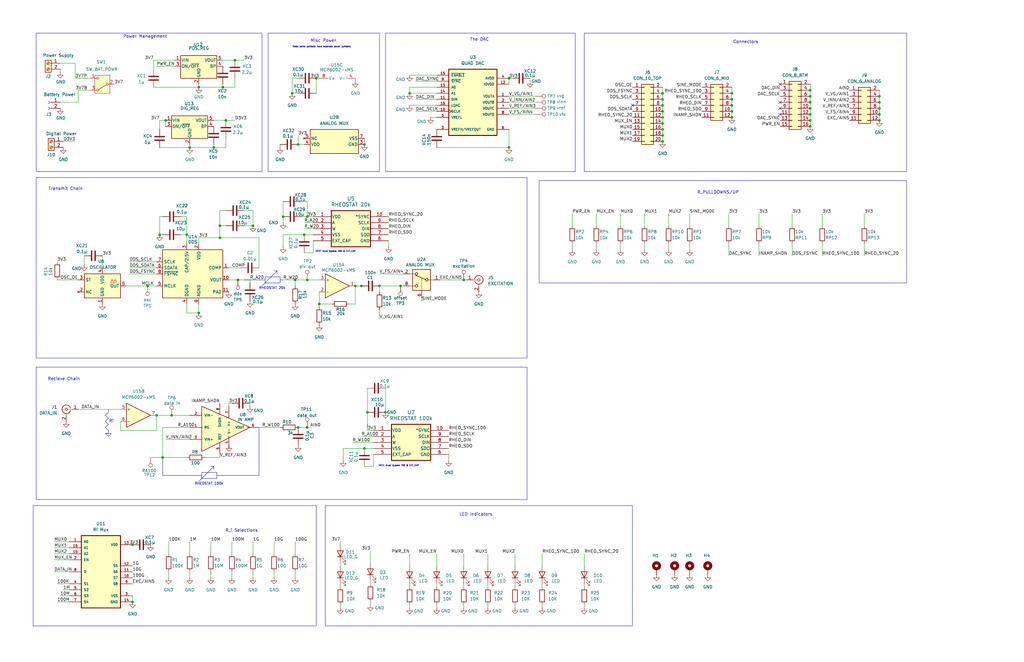
<source format=kicad_sch>
(kicad_sch (version 20250114) (generator "eeschema") (generator_version "9.0")
  (paper "B")
  (rectangle (start 113.03 13.97) (end 160.02 72.39))
  (rectangle (start 15.24 13.97) (end 110.49 72.39))
  (rectangle (start 13.97 213.36) (end 133.35 264.16))
  (rectangle (start 162.56 13.97) (end 242.57 72.39))
  (rectangle (start 15.24 74.93) (end 222.25 151.13))
  (rectangle (start 137.16 213.36) (end 266.7 264.16))
  (rectangle (start 85.09 199.39) (end 91.44 201.93))
  (rectangle (start 15.24 154.94) (end 222.25 210.82))
  (rectangle (start 246.38 13.97) (end 382.27 72.39))
  (rectangle (start 111.76 116.84) (end 118.11 119.38))
  (rectangle (start 227.33 76.2) (end 382.27 119.38))
  (text "XC27 must bypass VSS & EXT_CAP" (at 141.478 106.172 0) (effects (font (size 0.635 0.635))))
  (text "Note: some symbols have seperate power symbols" (at 135.636 19.812 0) (effects (font (size 0.635 0.635))))
  (text "Connectors\n" (at 314.452 17.78 0) (effects (font (size 1.27 1.27))))
  (text "LED Indicators" (at 200.66 217.17 0) (effects (font (size 1.27 1.27))))
  (text "RHEOSTAT 20k" (at 114.808 121.666 0) (effects (font (size 1.016 1.016))))
  (text "The DAC\n" (at 202.184 16.764 0) (effects (font (size 1.27 1.27))))
  (text "R_PULLDOWNS/UP" (at 302.768 81.28 0) (effects (font (size 1.27 1.27))))
  (text "Misc Power\n" (at 136.398 17.272 0) (effects (font (size 1.27 1.27))))
  (text "Ri\n" (at 46.99 177.8 0) (effects (font (size 1.27 1.27))))
  (text "Power Management" (at 61.214 15.494 0) (effects (font (size 1.27 1.27))))
  (text "Recieve Chain" (at 26.924 160.02 0) (effects (font (size 1.27 1.27))))
  (text "Transmit Chain\n" (at 27.686 79.756 0) (effects (font (size 1.27 1.27))))
  (text "R_i Selections\n\n\n\n\n\n\n\n\n" (at 101.854 232.156 0) (effects (font (size 1.27 1.27))))
  (text "RHEOSTAT 100k\n" (at 88.138 204.216 0) (effects (font (size 1.016 1.016))))
  (text "XC11 must bypass VSS & EXT_CAP" (at 168.148 196.596 0) (effects (font (size 0.635 0.635))))
  (junction (at 341.63 53.34))
  (junction (at 370.84 48.26))
  (junction (at 95.25 50.8))
  (junction (at 128.27 99.06))
  (junction (at 279.4 49.53))
  (junction (at 55.88 254))
  (junction (at 90.17 62.23))
  (junction (at 172.72 39.37))
  (junction (at 308.61 46.99))
  (junction (at 279.4 59.69))
  (junction (at 214.63 33.02))
  (junction (at 370.84 43.18))
  (junction (at 129.54 91.44))
  (junction (at 152.4 120.65))
  (junction (at 78.74 99.06))
  (junction (at 125.73 60.96))
  (junction (at 83.82 132.08))
  (junction (at 92.71 100.33))
  (junction (at 214.63 62.23))
  (junction (at 279.4 54.61))
  (junction (at 279.4 41.91))
  (junction (at 153.67 60.96))
  (junction (at 80.01 62.23))
  (junction (at 119.38 91.44))
  (junction (at 341.63 43.18))
  (junction (at 67.31 99.06))
  (junction (at 123.19 39.37))
  (junction (at 168.91 120.65))
  (junction (at 93.98 36.83))
  (junction (at 279.4 52.07))
  (junction (at 195.58 118.11))
  (junction (at 341.63 40.64))
  (junction (at 162.56 173.99))
  (junction (at 106.68 95.25))
  (junction (at 83.82 36.83))
  (junction (at 124.46 118.11))
  (junction (at 92.71 95.25))
  (junction (at 341.63 38.1))
  (junction (at 100.33 118.11))
  (junction (at 66.04 175.26))
  (junction (at 149.86 120.65))
  (junction (at 341.63 50.8))
  (junction (at 308.61 41.91))
  (junction (at 370.84 50.8))
  (junction (at 308.61 49.53))
  (junction (at 99.06 25.4))
  (junction (at 341.63 48.26))
  (junction (at 308.61 39.37))
  (junction (at 153.67 189.23))
  (junction (at 279.4 39.37))
  (junction (at 129.54 118.11))
  (junction (at 279.4 46.99))
  (junction (at 68.58 193.04))
  (junction (at 160.02 120.65))
  (junction (at 55.88 229.87))
  (junction (at 69.85 50.8))
  (junction (at 308.61 44.45))
  (junction (at 279.4 57.15))
  (junction (at 370.84 45.72))
  (junction (at 279.4 44.45))
  (junction (at 370.84 40.64))
  (junction (at 134.62 128.27))
  (junction (at 62.23 120.65))
  (junction (at 133.35 33.02))
  (junction (at 154.94 173.99))
  (junction (at 129.54 180.34))
  (junction (at 72.39 175.26))
  (junction (at 125.73 180.34))
  (junction (at 341.63 45.72))
  (no_connect (at 328.93 45.72))
  (no_connect (at 328.93 35.56))
  (no_connect (at 328.93 48.26))
  (no_connect (at 266.7 44.45))
  (no_connect (at 328.93 43.18))
  (wire (pts (xy 63.5 193.04) (xy 68.58 193.04)))
  (wire (pts (xy 246.38 233.68) (xy 246.38 238.76)))
  (wire (pts (xy 290.83 90.17) (xy 290.83 95.25)))
  (wire (pts (xy 54.61 110.49) (xy 66.04 110.49)))
  (wire (pts (xy 364.49 90.17) (xy 364.49 95.25)))
  (wire (pts (xy 22.86 241.3) (xy 29.21 241.3)))
  (wire (pts (xy 307.34 90.17) (xy 307.34 95.25)))
  (polyline (pts (xy 83.82 203.2) (xy 90.17 196.85)))
  (wire (pts (xy 341.63 50.8) (xy 341.63 53.34)))
  (wire (pts (xy 66.04 175.26) (xy 66.04 181.61)))
  (polyline (pts (xy 45.72 182.88) (xy 46.99 182.88)))
  (wire (pts (xy 149.86 128.27) (xy 149.86 120.65)))
  (wire (pts (xy 370.84 38.1) (xy 370.84 40.64)))
  (wire (pts (xy 96.52 118.11) (xy 100.33 118.11)))
  (wire (pts (xy 67.31 54.61) (xy 67.31 50.8)))
  (wire (pts (xy 271.78 90.17) (xy 271.78 95.25)))
  (wire (pts (xy 125.73 60.96) (xy 128.27 60.96)))
  (wire (pts (xy 24.13 246.38) (xy 29.21 246.38)))
  (wire (pts (xy 96.52 170.18) (xy 96.52 171.45)))
  (wire (pts (xy 132.08 106.68) (xy 128.27 106.68)))
  (wire (pts (xy 132.08 101.6) (xy 132.08 106.68)))
  (wire (pts (xy 214.63 40.64) (xy 226.06 40.64)))
  (wire (pts (xy 189.23 191.77) (xy 189.23 194.31)))
  (wire (pts (xy 72.39 175.26) (xy 80.01 175.26)))
  (wire (pts (xy 134.62 128.27) (xy 134.62 129.54)))
  (wire (pts (xy 290.83 102.87) (xy 290.83 105.41)))
  (wire (pts (xy 24.13 118.11) (xy 33.02 118.11)))
  (polyline (pts (xy 110.49 118.11) (xy 111.76 118.11)))
  (wire (pts (xy 25.4 251.46) (xy 29.21 251.46)))
  (wire (pts (xy 341.63 48.26) (xy 341.63 50.8)))
  (wire (pts (xy 88.9 228.6) (xy 88.9 233.68)))
  (wire (pts (xy 334.01 107.95) (xy 334.01 102.87)))
  (wire (pts (xy 246.38 255.27) (xy 246.38 256.54)))
  (wire (pts (xy 154.94 173.99) (xy 154.94 181.61)))
  (wire (pts (xy 156.21 254) (xy 156.21 255.27)))
  (wire (pts (xy 71.12 228.6) (xy 71.12 233.68)))
  (wire (pts (xy 100.33 118.11) (xy 105.41 118.11)))
  (wire (pts (xy 154.94 181.61) (xy 157.48 181.61)))
  (wire (pts (xy 308.61 39.37) (xy 308.61 41.91)))
  (wire (pts (xy 83.82 35.56) (xy 83.82 36.83)))
  (wire (pts (xy 370.84 45.72) (xy 370.84 48.26)))
  (wire (pts (xy 308.61 41.91) (xy 308.61 44.45)))
  (wire (pts (xy 93.98 36.83) (xy 99.06 36.83)))
  (wire (pts (xy 148.59 186.69) (xy 157.48 186.69)))
  (wire (pts (xy 172.72 44.45) (xy 184.15 44.45)))
  (wire (pts (xy 68.58 193.04) (xy 78.74 193.04)))
  (wire (pts (xy 105.41 118.11) (xy 105.41 119.38)))
  (wire (pts (xy 31.75 26.67) (xy 31.75 33.02)))
  (wire (pts (xy 99.06 33.02) (xy 99.06 36.83)))
  (wire (pts (xy 69.85 50.8) (xy 69.85 53.34)))
  (wire (pts (xy 68.58 99.06) (xy 67.31 99.06)))
  (wire (pts (xy 152.4 184.15) (xy 157.48 184.15)))
  (polyline (pts (xy 45.72 173.99) (xy 44.45 175.26)))
  (wire (pts (xy 33.02 38.1) (xy 38.1 38.1)))
  (wire (pts (xy 160.02 130.81) (xy 160.02 134.62)))
  (polyline (pts (xy 46.99 182.88) (xy 45.72 184.15)))
  (wire (pts (xy 246.38 246.38) (xy 246.38 247.65)))
  (wire (pts (xy 172.72 36.83) (xy 172.72 39.37)))
  (wire (pts (xy 279.4 57.15) (xy 279.4 59.69)))
  (wire (pts (xy 90.17 60.96) (xy 90.17 62.23)))
  (wire (pts (xy 346.71 107.95) (xy 346.71 102.87)))
  (polyline (pts (xy 102.87 118.11) (xy 110.49 118.11)))
  (wire (pts (xy 214.63 48.26) (xy 226.06 48.26)))
  (wire (pts (xy 129.54 85.09) (xy 127 85.09)))
  (wire (pts (xy 102.87 88.9) (xy 106.68 88.9)))
  (wire (pts (xy 50.8 181.61) (xy 50.8 177.8)))
  (wire (pts (xy 308.61 36.83) (xy 308.61 39.37)))
  (wire (pts (xy 123.19 33.02) (xy 125.73 33.02)))
  (wire (pts (xy 115.57 241.3) (xy 115.57 243.84)))
  (wire (pts (xy 26.67 248.92) (xy 29.21 248.92)))
  (wire (pts (xy 156.21 232.41) (xy 156.21 237.49)))
  (polyline (pts (xy 91.44 200.66) (xy 109.22 200.66)))
  (polyline (pts (xy 45.72 179.07) (xy 44.45 177.8)))
  (wire (pts (xy 105.41 170.18) (xy 105.41 171.45)))
  (wire (pts (xy 109.22 180.34) (xy 118.11 180.34)))
  (wire (pts (xy 157.48 191.77) (xy 157.48 196.85)))
  (wire (pts (xy 25.4 26.67) (xy 31.75 26.67)))
  (polyline (pts (xy 109.22 180.34) (xy 109.22 200.66)))
  (wire (pts (xy 307.34 102.87) (xy 307.34 107.95)))
  (wire (pts (xy 129.54 179.07) (xy 129.54 180.34)))
  (wire (pts (xy 172.72 31.75) (xy 184.15 31.75)))
  (wire (pts (xy 92.71 88.9) (xy 92.71 95.25)))
  (wire (pts (xy 172.72 233.68) (xy 172.72 238.76)))
  (wire (pts (xy 33.02 172.72) (xy 50.8 172.72)))
  (polyline (pts (xy 44.45 180.34) (xy 45.72 179.07)))
  (wire (pts (xy 184.15 246.38) (xy 184.15 247.65)))
  (wire (pts (xy 214.63 33.02) (xy 214.63 35.56)))
  (wire (pts (xy 76.2 99.06) (xy 78.74 99.06)))
  (wire (pts (xy 24.13 254) (xy 29.21 254)))
  (wire (pts (xy 163.83 101.6) (xy 163.83 104.14)))
  (wire (pts (xy 370.84 43.18) (xy 370.84 45.72)))
  (wire (pts (xy 160.02 115.57) (xy 170.18 115.57)))
  (wire (pts (xy 214.63 62.23) (xy 214.63 54.61)))
  (wire (pts (xy 78.74 102.87) (xy 78.74 99.06)))
  (wire (pts (xy 154.94 163.83) (xy 154.94 173.99)))
  (wire (pts (xy 185.42 118.11) (xy 195.58 118.11)))
  (wire (pts (xy 127 91.44) (xy 129.54 91.44)))
  (wire (pts (xy 177.8 127) (xy 177.8 125.73)))
  (wire (pts (xy 228.6 233.68) (xy 228.6 238.76)))
  (wire (pts (xy 364.49 102.87) (xy 364.49 107.95)))
  (wire (pts (xy 93.98 25.4) (xy 99.06 25.4)))
  (wire (pts (xy 195.58 233.68) (xy 195.58 238.76)))
  (wire (pts (xy 154.94 120.65) (xy 152.4 120.65)))
  (wire (pts (xy 66.04 175.26) (xy 72.39 175.26)))
  (polyline (pts (xy 118.11 118.11) (xy 119.38 118.11)))
  (wire (pts (xy 346.71 95.25) (xy 346.71 90.17)))
  (wire (pts (xy 96.52 113.03) (xy 101.6 113.03)))
  (wire (pts (xy 160.02 120.65) (xy 168.91 120.65)))
  (wire (pts (xy 71.12 241.3) (xy 71.12 243.84)))
  (wire (pts (xy 67.31 50.8) (xy 69.85 50.8)))
  (wire (pts (xy 128.27 99.06) (xy 132.08 99.06)))
  (wire (pts (xy 90.17 62.23) (xy 95.25 62.23)))
  (wire (pts (xy 119.38 118.11) (xy 124.46 118.11)))
  (wire (pts (xy 168.91 120.65) (xy 170.18 120.65)))
  (wire (pts (xy 261.62 90.17) (xy 261.62 95.25)))
  (wire (pts (xy 67.31 91.44) (xy 67.31 99.06)))
  (wire (pts (xy 184.15 255.27) (xy 184.15 256.54)))
  (wire (pts (xy 184.15 233.68) (xy 184.15 238.76)))
  (wire (pts (xy 106.68 241.3) (xy 106.68 243.84)))
  (wire (pts (xy 195.58 255.27) (xy 195.58 256.54)))
  (polyline (pts (xy 45.72 181.61) (xy 44.45 180.34)))
  (wire (pts (xy 92.71 193.04) (xy 92.71 191.77)))
  (wire (pts (xy 241.3 90.17) (xy 241.3 95.25)))
  (wire (pts (xy 370.84 48.26) (xy 370.84 50.8)))
  (wire (pts (xy 109.22 100.33) (xy 109.22 113.03)))
  (wire (pts (xy 147.32 128.27) (xy 149.86 128.27)))
  (polyline (pts (xy 45.72 172.72) (xy 45.72 173.99)))
  (wire (pts (xy 341.63 35.56) (xy 341.63 38.1)))
  (wire (pts (xy 64.77 25.4) (xy 73.66 25.4)))
  (wire (pts (xy 95.25 95.25) (xy 92.71 95.25)))
  (wire (pts (xy 217.17 255.27) (xy 217.17 256.54)))
  (wire (pts (xy 205.74 233.68) (xy 205.74 238.76)))
  (wire (pts (xy 251.46 102.87) (xy 251.46 105.41)))
  (wire (pts (xy 119.38 99.06) (xy 119.38 104.14)))
  (wire (pts (xy 143.51 228.6) (xy 143.51 229.87)))
  (wire (pts (xy 184.15 62.23) (xy 214.63 62.23)))
  (wire (pts (xy 175.26 34.29) (xy 184.15 34.29)))
  (wire (pts (xy 279.4 44.45) (xy 279.4 46.99)))
  (wire (pts (xy 80.01 241.3) (xy 80.01 243.84)))
  (wire (pts (xy 78.74 91.44) (xy 76.2 91.44)))
  (wire (pts (xy 64.77 29.21) (xy 64.77 25.4)))
  (wire (pts (xy 149.86 120.65) (xy 152.4 120.65)))
  (wire (pts (xy 341.63 45.72) (xy 341.63 48.26)))
  (wire (pts (xy 172.72 255.27) (xy 172.72 256.54)))
  (wire (pts (xy 134.62 123.19) (xy 134.62 128.27)))
  (wire (pts (xy 279.4 41.91) (xy 279.4 44.45)))
  (wire (pts (xy 196.85 118.11) (xy 195.58 118.11)))
  (wire (pts (xy 133.35 33.02) (xy 133.35 39.37)))
  (wire (pts (xy 80.01 228.6) (xy 80.01 233.68)))
  (wire (pts (xy 102.87 95.25) (xy 106.68 95.25)))
  (wire (pts (xy 80.01 60.96) (xy 80.01 62.23)))
  (wire (pts (xy 53.34 120.65) (xy 62.23 120.65)))
  (wire (pts (xy 228.6 255.27) (xy 228.6 256.54)))
  (wire (pts (xy 97.79 241.3) (xy 97.79 243.84)))
  (wire (pts (xy 22.86 231.14) (xy 29.21 231.14)))
  (wire (pts (xy 153.67 189.23) (xy 144.78 189.23)))
  (wire (pts (xy 92.71 95.25) (xy 92.71 100.33)))
  (wire (pts (xy 144.78 189.23) (xy 144.78 194.31)))
  (polyline (pts (xy 44.45 177.8) (xy 45.72 176.53)))
  (wire (pts (xy 279.4 46.99) (xy 279.4 49.53)))
  (wire (pts (xy 123.19 33.02) (xy 123.19 39.37)))
  (wire (pts (xy 279.4 36.83) (xy 279.4 39.37)))
  (wire (pts (xy 128.27 93.98) (xy 132.08 93.98)))
  (wire (pts (xy 172.72 246.38) (xy 172.72 247.65)))
  (polyline (pts (xy 44.45 182.88) (xy 45.72 182.88)))
  (wire (pts (xy 228.6 246.38) (xy 228.6 247.65)))
  (wire (pts (xy 64.77 36.83) (xy 83.82 36.83)))
  (wire (pts (xy 334.01 95.25) (xy 334.01 90.17)))
  (wire (pts (xy 22.86 233.68) (xy 29.21 233.68)))
  (wire (pts (xy 92.71 88.9) (xy 95.25 88.9)))
  (wire (pts (xy 54.61 115.57) (xy 66.04 115.57)))
  (polyline (pts (xy 44.45 182.88) (xy 45.72 184.15)))
  (wire (pts (xy 153.67 189.23) (xy 157.48 189.23)))
  (polyline (pts (xy 154.94 179.07) (xy 154.94 180.34)))
  (wire (pts (xy 320.04 95.25) (xy 320.04 90.17)))
  (wire (pts (xy 54.61 229.87) (xy 55.88 229.87)))
  (wire (pts (xy 143.51 237.49) (xy 143.51 238.76)))
  (wire (pts (xy 160.02 120.65) (xy 160.02 123.19)))
  (polyline (pts (xy 116.84 114.3) (xy 116.84 115.57)))
  (wire (pts (xy 124.46 241.3) (xy 124.46 243.84)))
  (wire (pts (xy 119.38 91.44) (xy 119.38 93.98)))
  (wire (pts (xy 271.78 102.87) (xy 271.78 105.41)))
  (wire (pts (xy 130.81 180.34) (xy 129.54 180.34)))
  (wire (pts (xy 68.58 91.44) (xy 67.31 91.44)))
  (wire (pts (xy 217.17 246.38) (xy 217.17 247.65)))
  (wire (pts (xy 205.74 255.27) (xy 205.74 256.54)))
  (wire (pts (xy 279.4 49.53) (xy 279.4 52.07)))
  (wire (pts (xy 125.73 180.34) (xy 129.54 180.34)))
  (wire (pts (xy 129.54 118.11) (xy 134.62 118.11)))
  (polyline (pts (xy 45.72 176.53) (xy 44.45 175.26)))
  (wire (pts (xy 214.63 43.18) (xy 226.06 43.18)))
  (wire (pts (xy 134.62 33.02) (xy 133.35 33.02)))
  (wire (pts (xy 128.27 96.52) (xy 132.08 96.52)))
  (wire (pts (xy 215.9 33.02) (xy 214.63 33.02)))
  (wire (pts (xy 83.82 100.33) (xy 83.82 102.87)))
  (wire (pts (xy 125.73 57.15) (xy 125.73 60.96)))
  (wire (pts (xy 106.68 228.6) (xy 106.68 233.68)))
  (wire (pts (xy 370.84 40.64) (xy 370.84 43.18)))
  (wire (pts (xy 279.4 52.07) (xy 279.4 54.61)))
  (wire (pts (xy 97.79 170.18) (xy 96.52 170.18)))
  (polyline (pts (xy 68.58 200.66) (xy 85.09 200.66)))
  (wire (pts (xy 205.74 246.38) (xy 205.74 247.65)))
  (wire (pts (xy 281.94 102.87) (xy 281.94 105.41)))
  (wire (pts (xy 181.61 49.53) (xy 184.15 49.53)))
  (wire (pts (xy 22.86 228.6) (xy 29.21 228.6)))
  (wire (pts (xy 118.11 60.96) (xy 118.11 62.23)))
  (wire (pts (xy 55.88 251.46) (xy 55.88 254)))
  (wire (pts (xy 33.02 43.18) (xy 33.02 38.1)))
  (polyline (pts (xy 115.57 114.3) (xy 116.84 114.3)))
  (wire (pts (xy 67.31 62.23) (xy 80.01 62.23)))
  (wire (pts (xy 195.58 246.38) (xy 195.58 247.65)))
  (wire (pts (xy 35.56 111.76) (xy 35.56 107.95)))
  (wire (pts (xy 128.27 99.06) (xy 119.38 99.06)))
  (wire (pts (xy 261.62 102.87) (xy 261.62 105.41)))
  (wire (pts (xy 308.61 44.45) (xy 308.61 46.99)))
  (wire (pts (xy 93.98 35.56) (xy 93.98 36.83)))
  (wire (pts (xy 157.48 196.85) (xy 153.67 196.85)))
  (wire (pts (xy 143.51 246.38) (xy 143.51 247.65)))
  (wire (pts (xy 308.61 46.99) (xy 308.61 49.53)))
  (polyline (pts (xy 110.49 120.65) (xy 116.84 114.3)))
  (wire (pts (xy 99.06 25.4) (xy 102.87 25.4)))
  (wire (pts (xy 50.8 181.61) (xy 66.04 181.61)))
  (wire (pts (xy 66.04 27.94) (xy 73.66 27.94)))
  (wire (pts (xy 83.82 36.83) (xy 93.98 36.83)))
  (wire (pts (xy 162.56 163.83) (xy 162.56 173.99)))
  (wire (pts (xy 129.54 85.09) (xy 129.54 91.44)))
  (wire (pts (xy 31.75 59.69) (xy 26.67 59.69)))
  (wire (pts (xy 90.17 50.8) (xy 95.25 50.8)))
  (wire (pts (xy 124.46 118.11) (xy 129.54 118.11)))
  (wire (pts (xy 149.86 34.29) (xy 149.86 33.02)))
  (wire (pts (xy 251.46 90.17) (xy 251.46 95.25)))
  (wire (pts (xy 341.63 40.64) (xy 341.63 43.18)))
  (wire (pts (xy 86.36 193.04) (xy 92.71 193.04)))
  (wire (pts (xy 279.4 39.37) (xy 279.4 41.91)))
  (wire (pts (xy 175.26 41.91) (xy 184.15 41.91)))
  (polyline (pts (xy 44.45 182.88) (xy 45.72 182.88)))
  (wire (pts (xy 31.75 33.02) (xy 38.1 33.02)))
  (wire (pts (xy 129.54 91.44) (xy 132.08 91.44)))
  (wire (pts (xy 88.9 241.3) (xy 88.9 243.84)))
  (wire (pts (xy 115.57 228.6) (xy 115.57 233.68)))
  (wire (pts (xy 69.85 185.42) (xy 80.01 185.42)))
  (polyline (pts (xy 88.9 196.85) (xy 90.17 196.85)))
  (wire (pts (xy 95.25 50.8) (xy 99.06 50.8)))
  (wire (pts (xy 83.82 128.27) (xy 83.82 132.08)))
  (wire (pts (xy 134.62 128.27) (xy 139.7 128.27)))
  (wire (pts (xy 153.67 58.42) (xy 153.67 60.96)))
  (wire (pts (xy 281.94 90.17) (xy 281.94 95.25)))
  (wire (pts (xy 172.72 39.37) (xy 184.15 39.37)))
  (wire (pts (xy 320.04 102.87) (xy 320.04 107.95)))
  (wire (pts (xy 341.63 38.1) (xy 341.63 40.64)))
  (polyline (pts (xy 45.72 181.61) (xy 45.72 182.88)))
  (wire (pts (xy 124.46 120.65) (xy 124.46 118.11)))
  (wire (pts (xy 22.86 236.22) (xy 29.21 236.22)))
  (wire (pts (xy 54.61 113.03) (xy 66.04 113.03)))
  (wire (pts (xy 80.01 62.23) (xy 90.17 62.23)))
  (wire (pts (xy 223.52 33.02) (xy 223.52 34.29)))
  (wire (pts (xy 62.23 120.65) (xy 66.04 120.65)))
  (polyline (pts (xy 68.58 193.04) (xy 68.58 200.66)))
  (wire (pts (xy 95.25 58.42) (xy 95.25 62.23)))
  (wire (pts (xy 78.74 132.08) (xy 78.74 128.27)))
  (wire (pts (xy 123.19 39.37) (xy 125.73 39.37)))
  (wire (pts (xy 68.58 180.34) (xy 68.58 193.04)))
  (wire (pts (xy 92.71 100.33) (xy 109.22 100.33)))
  (wire (pts (xy 217.17 233.68) (xy 217.17 238.76)))
  (wire (pts (xy 279.4 54.61) (xy 279.4 57.15)))
  (wire (pts (xy 119.38 85.09) (xy 119.38 91.44)))
  (wire (pts (xy 97.79 228.6) (xy 97.79 233.68)))
  (wire (pts (xy 175.26 46.99) (xy 184.15 46.99)))
  (wire (pts (xy 83.82 100.33) (xy 92.71 100.33)))
  (wire (pts (xy 124.46 228.6) (xy 124.46 233.68)))
  (wire (pts (xy 43.18 107.95) (xy 43.18 113.03)))
  (wire (pts (xy 184.15 36.83) (xy 172.72 36.83)))
  (wire (pts (xy 78.74 132.08) (xy 83.82 132.08)))
  (wire (pts (xy 78.74 91.44) (xy 78.74 99.06)))
  (wire (pts (xy 25.4 30.48) (xy 25.4 29.21)))
  (wire (pts (xy 143.51 255.27) (xy 143.51 256.54)))
  (wire (pts (xy 341.63 43.18) (xy 341.63 45.72)))
  (wire (pts (xy 68.58 180.34) (xy 80.01 180.34)))
  (wire (pts (xy 25.4 43.18) (xy 33.02 43.18)))
  (polyline (pts (xy 90.17 196.85) (xy 90.17 198.12)))
  (wire (pts (xy 106.68 88.9) (xy 106.68 95.25)))
  (wire (pts (xy 96.52 187.96) (xy 96.52 189.23)))
  (wire (pts (xy 156.21 245.11) (xy 156.21 246.38)))
  (wire (pts (xy 241.3 102.87) (xy 241.3 105.41)))
  (wire (pts (xy 214.63 45.72) (xy 226.06 45.72)))
  (label "3V3" (at 334.01 90.17 0))
  (label "MUX2" (at 217.17 233.68 180))
  (label "V_VG{slash}AIN1" (at 160.02 134.62 0))
  (label "3V3" (at 320.04 90.17 0))
  (label "RHEO_SYNC_20" (at 163.83 91.44 0))
  (label "INAMP_SHDN" (at 320.04 107.95 0))
  (label "SINE_MODE" (at 177.8 127 0))
  (label "MUX0" (at 266.7 54.61 180))
  (label "RHEO_SDO" (at 163.83 99.06 0))
  (label "MUX1" (at 271.78 90.17 0))
  (label "MUX0" (at 195.58 233.68 180))
  (label "RHEO_SDO" (at 295.91 46.99 180))
  (label "RHEO_SDO" (at 189.23 189.23 0))
  (label "3V3" (at 83.82 100.33 0))
  (label "MUX2" (at 281.94 90.17 0))
  (label "3V3" (at 129.54 91.44 0))
  (label "RHEO_SYNC_20" (at 266.7 49.53 180))
  (label "100K" (at 71.12 228.6 0))
  (label "10G" (at 115.57 228.6 0))
  (label "D3V3" (at 99.06 50.8 0))
  (label "R_W20" (at 128.27 96.52 0))
  (label "DDS_FSYNC" (at 334.01 107.95 0))
  (label "INAMP_SHDN" (at 295.91 49.53 180))
  (label "1G" (at 106.68 228.6 0))
  (label "MUX0" (at 261.62 90.17 0))
  (label "PWR_EN" (at 328.93 53.34 180))
  (label "SINE_MODE" (at 295.91 36.83 180))
  (label "DAC_SYNC" (at 175.26 34.29 0))
  (label "3V3" (at 43.18 107.95 0))
  (label "RHEO_SYNC_20" (at 246.38 233.68 0))
  (label "MUX1" (at 266.7 57.15 180))
  (label "R_A20" (at 105.41 118.11 0))
  (label "V_REF{slash}AIN3" (at 214.63 45.72 0))
  (label "DDS_SCLK" (at 266.7 41.91 180))
  (label "10M" (at 25.4 251.46 0))
  (label "RHEO_SYNC_100" (at 228.6 233.68 0))
  (label "3V3" (at 24.13 110.49 0))
  (label "V_VG{slash}AIN1" (at 214.63 40.64 0))
  (label "3V7" (at 143.51 228.6 180))
  (label "D3V3" (at 31.75 59.69 180))
  (label "RHEO_SCLK" (at 163.83 93.98 0))
  (label "RHEO_SYNC_20" (at 364.49 107.95 0))
  (label "RHEO_DIN" (at 295.91 44.45 180))
  (label "3V7B" (at 36.83 38.1 180))
  (label "3V7" (at 48.26 35.56 0))
  (label "100G" (at 55.88 243.84 0))
  (label "V_FS{slash}AIN4" (at 160.02 115.57 0))
  (label "RHEO_SCLK" (at 189.23 184.15 0))
  (label "V_FS{slash}AIN4" (at 358.14 48.26 180))
  (label "PWR_EN" (at 241.3 90.17 0))
  (label "3V3" (at 102.87 25.4 0))
  (label "EXC{slash}AIN5" (at 358.14 50.8 180))
  (label "MUX0" (at 22.86 228.6 0))
  (label "3V7P" (at 31.75 33.02 0))
  (label "INAMP_SHDN" (at 92.71 170.18 180))
  (label "MUX_EN" (at 22.86 236.22 0))
  (label "DAC_SCLK" (at 175.26 46.99 0))
  (label "RHEO_SYNC_100" (at 346.71 107.95 0))
  (label "V_INN{slash}AIN2" (at 214.63 43.18 0))
  (label "3V7" (at 64.77 25.4 180))
  (label "V_REF{slash}AIN3" (at 92.71 193.04 0))
  (label "RHEO_DIN" (at 163.83 96.52 0))
  (label "3V3" (at 346.71 90.17 0))
  (label "DATA_IN" (at 34.29 172.72 0))
  (label "R_W100" (at 110.49 180.34 0))
  (label "V_FS{slash}AIN4" (at 214.63 48.26 0))
  (label "3V3" (at 364.49 90.17 0))
  (label "DDS_SCLK" (at 54.61 110.49 0))
  (label "SINE_MODE" (at 290.83 90.17 0))
  (label "MUX_EN" (at 251.46 90.17 0))
  (label "MUX2" (at 266.7 59.69 180))
  (label "100M" (at 24.13 254 0))
  (label "AIN0" (at 130.81 180.34 0))
  (label "3V3" (at 96.52 170.18 0))
  (label "RHEO_SYNC_100" (at 189.23 181.61 0))
  (label "COMP" (at 97.79 113.03 0))
  (label "DDS_FSYNC" (at 54.61 115.57 0))
  (label "R_A100" (at 74.93 180.34 0))
  (label "3V3" (at 125.73 57.15 0))
  (label "MUX_EN" (at 266.7 52.07 180))
  (label "V_REF{slash}AIN3" (at 358.14 45.72 180))
  (label "100G" (at 124.46 228.6 0))
  (label "EXC{slash}AIN5" (at 185.42 118.11 0))
  (label "RHEO_SYNC_100" (at 295.91 39.37 180))
  (label "MUX2" (at 22.86 233.68 0))
  (label "DAC_SCLK" (at 328.93 40.64 180))
  (label "MUX1" (at 205.74 233.68 180))
  (label "AIN0" (at 358.14 38.1 180))
  (label "DDS_SDATA" (at 266.7 46.99 180))
  (label "3V3" (at 134.62 33.02 180))
  (label "V_INN{slash}AIN2" (at 69.85 185.42 0))
  (label "3V3" (at 54.61 229.87 0))
  (label "RHEO_SCLK" (at 295.91 41.91 180))
  (label "1G" (at 55.88 238.76 0))
  (label "R_W20" (at 119.38 118.11 0))
  (label "PWR_EN" (at 172.72 233.68 180))
  (label "100K" (at 24.13 246.38 0))
  (label "V_VG{slash}AIN1" (at 358.14 40.64 180))
  (label "10G" (at 55.88 241.3 0))
  (label "R_A100" (at 152.4 184.15 0))
  (label "DDS_SDATA" (at 54.61 113.03 0))
  (label "DATA_IN" (at 22.86 241.3 0))
  (label "3V3" (at 154.94 181.61 0))
  (label "R_A20" (at 128.27 93.98 0))
  (label "DDS_FSYNC" (at 266.7 39.37 180))
  (label "EXC{slash}AIN5" (at 55.88 246.38 0))
  (label "10M" (at 88.9 228.6 0))
  (label "OSC_OE" (at 25.4 118.11 0))
  (label "3V3" (at 214.63 33.02 0))
  (label "DAC_DIN" (at 175.26 41.91 0))
  (label "PWR_EN" (at 66.04 27.94 0))
  (label "V_INN{slash}AIN2" (at 358.14 43.18 180))
  (label "DAC_DIN" (at 328.93 38.1 180))
  (label "1M" (at 26.67 248.92 0))
  (label "3V3" (at 156.21 232.41 180))
  (label "3V7" (at 67.31 50.8 180))
  (label "RHEO_DIN" (at 189.23 186.69 0))
  (label "R_W100" (at 148.59 186.69 0))
  (label "MUX1" (at 22.86 231.14 0))
  (label "3V3" (at 307.34 90.17 0))
  (label "DAC_SYNC" (at 328.93 50.8 180))
  (label "DAC_SYNC" (at 307.34 107.95 0))
  (label "OSC_OE" (at 266.7 36.83 180))
  (label "1M" (at 80.01 228.6 0))
  (label "100M" (at 97.79 228.6 0))
  (label "MUX_EN" (at 184.15 233.68 180))
  (label "MCLK" (at 59.69 120.65 0))
  (symbol (lib_id "power:GND") (at 162.56 173.99 0) (unit 1)
    (property "Reference" "#PWR023" (effects (hide yes)))
    (property "Value" "GND" (at 165.1 173.99 0))
    (property "Description" "Power symbol creates a global label with name \"GND\" , ground" (effects (hide yes)))
  )
  (symbol (lib_id "Device:LED") (at 228.6 242.57 90) (unit 1)
    (property "Reference" "D9" (at 232.41 242.8874 90) (effects (justify right)))
    (property "Value" "LED" (at 236.22 245.11 90) (effects (justify left)))
    (property "Footprint" "LED_SMD:LED_0805_2012Metric_Pad1.15x1.40mm_HandSolder" (effects (hide yes)))
    (property "Description" "Light emitting diode" (effects (hide yes)))
  )
  (symbol (lib_id "AD5270BRMZ_100_RL7:AD5270BRMZ-100-RL7") (at 124.46 91.44 0) (unit 1)
    (property "Reference" "U5" (at 147.955 83.82 0) (effects (font (size 1.524 1.524))))
    (property "Value" "RHEOSTAT 20k" (at 147.955 86.36 0) (effects (font (size 1.524 1.524))))
    (property "Footprint" "Lib_fp:RM_10_ADI" (effects (hide yes)))
    (property "Datasheet" "https://www.analog.com/media/en/technical-documentation/data-sheets/ad5270_5271.pdf" (effects (hide yes)))
    (property "Description" "IC DGT RHE 20KOHM 1024TAP 10MSOP" (effects (hide yes)))
    (property "Mfg Part #" "AD5270BRMZ-20-RL7CT-ND" (effects (hide yes)))
  )
  (symbol (lib_id "Device:C") (at 128.27 102.87 180) (unit 1)
    (property "Reference" "XC27" (at 122.682 100.076 90) (effects (justify left)))
    (property "Value" "0.1μ" (at 124.714 100.33 90) (effects (justify left)))
    (property "Footprint" "Capacitor_SMD:C_0805_2012Metric_Pad1.18x1.45mm_HandSolder" (effects (hide yes)))
  )
  (symbol (lib_id "Device:LED") (at 184.15 242.57 90) (unit 1)
    (property "Reference" "D5" (at 187.96 242.8874 90) (effects (justify right)))
    (property "Value" "LED" (at 191.77 245.11 90) (effects (justify left)))
    (property "Footprint" "LED_SMD:LED_0805_2012Metric_Pad1.15x1.40mm_HandSolder" (effects (hide yes)))
    (property "Description" "Light emitting diode" (effects (hide yes)))
  )
  (symbol (lib_id "power:GND") (at 298.45 242.57 0) (unit 1)
    (property "Reference" "#PWR068" (effects (hide yes)))
    (property "Value" "GND" (at 298.45 247.65 0))
    (property "Description" "Power symbol creates a global label with name \"GND\" , ground" (effects (hide yes)))
  )
  (symbol (lib_id "Device:R") (at 24.13 114.3 0) (unit 1)
    (property "Reference" "R14" (at 19.304 114.554 90))
    (property "Value" "10k" (at 21.336 114.554 90))
    (property "Footprint" "Resistor_SMD:R_0805_2012Metric_Pad1.20x1.40mm_HandSolder" (effects (hide yes)))
  )
  (symbol (lib_id "power:GND") (at 228.6 256.54 0) (unit 1)
    (property "Reference" "#PWR062" (effects (hide yes)))
    (property "Value" "GND" (at 232.41 257.81 0))
  )
  (symbol (lib_id "Device:R") (at 290.83 99.06 0) (unit 1)
    (property "Reference" "RP1" (at 292.1 97.79 0) (effects (justify left)))
    (property "Value" "10k" (at 292.1 100.33 0) (effects (justify left)))
    (property "Footprint" "Resistor_SMD:R_0805_2012Metric_Pad1.20x1.40mm_HandSolder" (effects (hide yes)))
  )
  (symbol (lib_id "Device:R") (at 184.15 251.46 0) (unit 1)
    (property "Reference" "R20" (at 186.69 250.1899 0) (effects (justify left)))
    (property "Value" "10K" (at 186.69 252.7299 0) (effects (justify left)))
    (property "Footprint" "Resistor_SMD:R_0805_2012Metric_Pad1.20x1.40mm_HandSolder" (effects (hide yes)))
    (property "Description" "Resistor" (effects (hide yes)))
  )
  (symbol (lib_id "power:GND") (at 279.4 59.69 0) (unit 1)
    (property "Reference" "#PWR055" (effects (hide yes)))
    (property "Value" "GND" (at 279.4 64.77 0))
    (property "Description" "Power symbol creates a global label with name \"GND\" , ground" (effects (hide yes)))
  )
  (symbol (lib_id "power:GND") (at 83.82 36.83 0) (unit 1)
    (property "Reference" "#PWR07" (effects (hide yes)))
    (property "Value" "GND" (at 83.82 40.894 0))
    (property "Description" "Power symbol creates a global label with name \"GND\" , ground" (effects (hide yes)))
  )
  (symbol (lib_id "Device:C") (at 105.41 123.19 0) (mirror y) (unit 1)
    (property "Reference" "XC26" (at 111.252 125.476 0) (effects (justify left)))
    (property "Value" "0.1μ" (at 108.712 127.254 0))
    (property "Footprint" "Capacitor_SMD:C_0805_2012Metric_Pad1.18x1.45mm_HandSolder" (effects (hide yes)))
  )
  (symbol (lib_id "Device:R") (at 134.62 133.35 0) (unit 1)
    (property "Reference" "R15" (at 135.89 132.08 0) (effects (justify left)))
    (property "Value" "10k" (at 135.89 134.62 0) (effects (justify left)))
    (property "Footprint" "Resistor_SMD:R_0805_2012Metric_Pad1.20x1.40mm_HandSolder" (effects (hide yes)))
  )
  (symbol (lib_id "power:GND") (at 172.72 256.54 0) (unit 1)
    (property "Reference" "#PWR057" (effects (hide yes)))
    (property "Value" "GND" (at 176.53 257.81 0))
  )
  (symbol (lib_id "Device:C") (at 72.39 99.06 270) (unit 1)
    (property "Reference" "XC23" (at 76.2 93.98 90))
    (property "Value" "10μ" (at 76.2 96.52 90))
    (property "Footprint" "Capacitor_SMD:C_0805_2012Metric_Pad1.18x1.45mm_HandSolder" (effects (hide yes)))
  )
  (symbol (lib_id "power:GND") (at 149.86 34.29 0) (unit 1)
    (property "Reference" "#PWR08" (effects (hide yes)))
    (property "Value" "GND" (at 149.86 39.37 0))
    (property "Description" "Power symbol creates a global label with name \"GND\" , ground" (effects (hide yes)))
  )
  (symbol (lib_id "Connector:TestPoint") (at 62.23 120.65 180) (unit 1) (in_bom no)
    (property "Reference" "TP1" (at 64.008 129.032 0) (effects (justify left)))
    (property "Value" "osc" (at 64.008 126.492 0) (effects (justify left)))
    (property "Footprint" "TestPoint:TestPoint_Pad_2.0x2.0mm" (effects (hide yes)))
    (property "Description" "test point" (effects (hide yes)))
  )
  (symbol (lib_id "Connector_Generic:Conn_02x06_Odd_Even") (at 363.22 43.18 0) (unit 1)
    (property "Reference" "J9" (at 364.49 31.75 0))
    (property "Value" "CON_6_ANALOG" (at 364.49 34.29 0))
    (property "Footprint" "Connector_PinHeader_2.54mm:PinHeader_2x06_P2.54mm_Vertical" (effects (hide yes)))
    (property "Datasheet" "https://www.digikey.com/en/products/detail/samtec-inc/IDSD-10-D-02-00-T-G/9721565" (effects (hide yes)))
    (property "Description" "Generic connector, double row, 02x06, odd/even pin numbering scheme (row 1 odd numbers, row 2 even numbers), script generated (kicad-library-utils/schlib/autogen/connector/)" (effects (hide yes)))
  )
  (symbol (lib_id "power:GND") (at 125.73 187.96 0) (unit 1)
    (property "Reference" "#PWR027" (effects (hide yes)))
    (property "Value" "GND" (at 125.73 193.04 0))
    (property "Description" "Power symbol creates a global label with name \"GND\" , ground" (effects (hide yes)))
  )
  (symbol (lib_id "Analog_Switch:ADG419BRM") (at 140.97 60.96 90) (unit 2)
    (property "Reference" "U2" (at 140.97 49.53 90))
    (property "Value" "ANALOG MUX" (at 140.97 52.07 90))
    (property "Footprint" "Package_SO:MSOP-8_3x3mm_P0.65mm" (effects (hide yes)))
    (property "Datasheet" "https://www.analog.com/media/en/technical-documentation/data-sheets/ADG619_620.pdf" (effects (hide yes)))
    (property "Description" "IC SWITCH SPDT X 1 6.5OHM 8MSOP" (effects (hide yes)))
    (property "Mfg Part #" "ADG619BRMZ-REEL7CT-ND" (effects (hide yes)))
  )
  (symbol (lib_id "power:GND") (at 308.61 49.53 0) (unit 1)
    (property "Reference" "#PWR043" (effects (hide yes)))
    (property "Value" "GND" (at 308.61 54.61 0))
    (property "Description" "Power symbol creates a global label with name \"GND\" , ground" (effects (hide yes)))
  )
  (symbol (lib_id "Device:C") (at 64.77 33.02 180) (unit 1)
    (property "Reference" "XC1" (at 59.69 32.004 0))
    (property "Value" "1μ" (at 59.69 34.544 0))
    (property "Footprint" "Capacitor_SMD:C_0805_2012Metric_Pad1.18x1.45mm_HandSolder" (effects (hide yes)))
  )
  (symbol (lib_id "power:GND") (at 271.78 105.41 0) (unit 1)
    (property "Reference" "#PWR031" (effects (hide yes)))
    (property "Value" "GND" (at 271.78 110.49 0))
    (property "Description" "Power symbol creates a global label with name \"GND\" , ground" (effects (hide yes)))
  )
  (symbol (lib_id "Connector:TestPoint") (at 226.06 45.72 270) (unit 1) (in_bom no)
    (property "Reference" "TP9" (at 230.632 45.72 90) (effects (justify left)))
    (property "Value" "vref" (at 234.696 45.466 90) (effects (justify left)))
    (property "Footprint" "TestPoint:TestPoint_Pad_2.0x2.0mm" (effects (hide yes)))
    (property "Description" "test point" (effects (hide yes)))
  )
  (symbol (lib_id "Device:LED") (at 143.51 233.68 90) (unit 1)
    (property "Reference" "D11" (at 145.796 232.9814 90) (effects (justify right)))
    (property "Value" "LED_G" (at 150.876 234.95 90) (effects (justify left)))
    (property "Footprint" "LED_SMD:LED_0805_2012Metric_Pad1.15x1.40mm_HandSolder" (effects (hide yes)))
    (property "Datasheet" "https://optoelectronics.liteon.com/upload/download/DS22-2000-073/LTST-C170KGKT.pdf" (effects (hide yes)))
    (property "Description" "Light emitting diode" (effects (hide yes)))
    (property "Mfg Part #" "LTST-C170KGKT" (effects (hide yes)))
  )
  (symbol (lib_id "Regulator_Linear:LP2985-3.3") (at 80.01 53.34 0) (unit 1)
    (property "Reference" "U13" (at 79.756 43.688 0))
    (property "Value" "DIG_REG" (at 80.01 45.72 0))
    (property "Footprint" "Package_TO_SOT_SMD:SOT-23-5" (effects (hide yes)))
    (property "Datasheet" "http://www.ti.com/lit/ds/symlink/lp2985.pdf" (effects (hide yes)))
    (property "Description" "150mA 16V Low-noise Low-dropout Regulator With Shutdown, 3.3V output voltage, SOT-23-5" (effects (hide yes)))
    (property "Mfg Part #" "LP2985A-33DBVRM3" (effects (hide yes)))
  )
  (symbol (lib_id "Connector:TestPoint") (at 226.06 48.26 270) (unit 1) (in_bom no)
    (property "Reference" "TP10" (at 230.632 48.26 90) (effects (justify left)))
    (property "Value" "vfs" (at 235.712 48.26 90) (effects (justify left)))
    (property "Footprint" "TestPoint:TestPoint_Pad_2.0x2.0mm" (effects (hide yes)))
    (property "Description" "test point" (effects (hide yes)))
  )
  (symbol (lib_id "Device:C") (at 153.67 193.04 180) (unit 1)
    (property "Reference" "XC11" (at 148.082 190.246 90) (effects (justify left)))
    (property "Value" "0.1μ" (at 150.114 190.5 90) (effects (justify left)))
    (property "Footprint" "Capacitor_SMD:C_0805_2012Metric_Pad1.18x1.45mm_HandSolder" (effects (hide yes)))
  )
  (symbol (lib_id "power:GND") (at 241.3 105.41 0) (unit 1)
    (property "Reference" "#PWR026" (effects (hide yes)))
    (property "Value" "GND" (at 241.3 110.49 0))
    (property "Description" "Power symbol creates a global label with name \"GND\" , ground" (effects (hide yes)))
  )
  (symbol (lib_id "Device:R") (at 172.72 251.46 0) (unit 1)
    (property "Reference" "R19" (at 175.26 250.1899 0) (effects (justify left)))
    (property "Value" "10K" (at 175.26 252.7299 0) (effects (justify left)))
    (property "Footprint" "Resistor_SMD:R_0805_2012Metric_Pad1.20x1.40mm_HandSolder" (effects (hide yes)))
    (property "Description" "Resistor" (effects (hide yes)))
  )
  (symbol (lib_id "Mechanical:MountingHole_Pad") (at 298.45 240.03 0) (unit 1) (exclude_from_sim yes) (in_bom no)
    (property "Reference" "H4" (at 296.672 234.442 0) (effects (justify left)))
    (property "Value" "MountingHole_Pad" (effects (hide yes)))
    (property "Footprint" "MountingHole:MountingHole_3.2mm_M3_DIN965_Pad" (effects (hide yes)))
    (property "Description" "Mounting Hole with connection" (effects (hide yes)))
  )
  (symbol (lib_id "Connector:TestPoint") (at 226.06 43.18 270) (unit 1) (in_bom no)
    (property "Reference" "TP8" (at 230.632 43.18 90) (effects (justify left)))
    (property "Value" "vinn" (at 234.696 42.926 90) (effects (justify left)))
    (property "Footprint" "TestPoint:TestPoint_Pad_2.0x2.0mm" (effects (hide yes)))
    (property "Description" "test point" (effects (hide yes)))
  )
  (symbol (lib_id "power:GND") (at 134.62 137.16 0) (unit 1)
    (property "Reference" "#PWR044" (effects (hide yes)))
    (property "Value" "GND" (at 134.62 142.24 0))
    (property "Description" "Power symbol creates a global label with name \"GND\" , ground" (effects (hide yes)))
  )
  (symbol (lib_id "Mechanical:MountingHole_Pad") (at 284.48 240.03 0) (unit 1) (exclude_from_sim yes) (in_bom no)
    (property "Reference" "H2" (at 282.702 234.442 0) (effects (justify left)))
    (property "Value" "MountingHole_Pad" (effects (hide yes)))
    (property "Footprint" "MountingHole:MountingHole_3.2mm_M3_DIN965_Pad" (effects (hide yes)))
    (property "Description" "Mounting Hole with connection" (effects (hide yes)))
  )
  (symbol (lib_id "power:GND") (at 97.79 243.84 0) (unit 1)
    (property "Reference" "#PWR017" (effects (hide yes)))
    (property "Value" "GND" (at 97.79 248.92 0))
    (property "Description" "Power symbol creates a global label with name \"GND\" , ground" (effects (hide yes)))
  )
  (symbol (lib_id "power:GND") (at 67.31 99.06 0) (unit 1)
    (property "Reference" "#PWR038" (effects (hide yes)))
    (property "Value" "GND" (at 67.31 104.14 0))
    (property "Description" "Power symbol creates a global label with name \"GND\" , ground" (effects (hide yes)))
  )
  (symbol (lib_id "Device:R") (at 346.71 99.06 0) (mirror x) (unit 1)
    (property "Reference" "RP12" (at 347.98 100.33 0) (effects (justify left)))
    (property "Value" "10k" (at 347.98 97.79 0) (effects (justify left)))
    (property "Footprint" "Resistor_SMD:R_0805_2012Metric_Pad1.20x1.40mm_HandSolder" (effects (hide yes)))
  )
  (symbol (lib_id "power:GND") (at 276.86 242.57 0) (unit 1)
    (property "Reference" "#PWR065" (effects (hide yes)))
    (property "Value" "GND" (at 276.86 247.65 0))
    (property "Description" "Power symbol creates a global label with name \"GND\" , ground" (effects (hide yes)))
  )
  (symbol (lib_id "power:GND") (at 370.84 50.8 0) (unit 1)
    (property "Reference" "#PWR053" (effects (hide yes)))
    (property "Value" "GND" (at 370.84 55.88 0))
    (property "Description" "Power symbol creates a global label with name \"GND\" , ground" (effects (hide yes)))
  )
  (symbol (lib_id "power:GND") (at 284.48 242.57 0) (unit 1)
    (property "Reference" "#PWR066" (effects (hide yes)))
    (property "Value" "GND" (at 284.48 247.65 0))
    (property "Description" "Power symbol creates a global label with name \"GND\" , ground" (effects (hide yes)))
  )
  (symbol (lib_id "power:GND") (at 201.93 123.19 0) (mirror y) (unit 1)
    (property "Reference" "#PWR032" (effects (hide yes)))
    (property "Value" "GND" (at 201.93 128.27 0))
    (property "Description" "Power symbol creates a global label with name \"GND\" , ground" (effects (hide yes)))
  )
  (symbol (lib_id "Switch:SW_Nidec_CAS-120A1") (at 43.18 35.56 180) (unit 1)
    (property "Reference" "SW1" (at 42.672 26.162 0))
    (property "Value" "SW_BAT_POWR" (at 42.926 29.21 0))
    (property "Footprint" "Button_Switch_THT:SW_E-Switch_EG1224_SPDT_Angled" (effects (hide yes)))
    (property "Datasheet" "https://www.nidec-components.com/e/catalog/switch/cas.pdf" (effects (hide yes)))
    (property "Description" "Switch, single pole double throw" (effects (hide yes)))
    (property "Mfg Part #" "EG2585-ND" (effects (hide yes)))
  )
  (symbol (lib_id "custom_symbols:INA332AIDGKT") (at 91.44 179.07 0) (unit 1)
    (property "Reference" "U8" (at 102.362 175.006 0))
    (property "Value" "IN AMP" (at 103.632 177.038 0))
    (property "Footprint" "Package_SO:VSSOP-8_3x3mm_P0.65mm" (effects (hide yes)))
    (property "Datasheet" "https://www.ti.com/lit/ds/symlink/ina332.pdf?ts=1749359347660" (effects (hide yes)))
    (property "Description" "IC INST AMP 1 CIRCUIT 8VSSOP" (effects (hide yes)))
    (property "Mfg Part #" "296-12204-1-ND" (effects (hide yes)))
  )
  (symbol (lib_id "Device:C") (at 158.75 173.99 90) (unit 1)
    (property "Reference" "XC10" (at 161.544 168.656 90) (effects (justify left)))
    (property "Value" "10μ" (at 162.052 170.688 90) (effects (justify left)))
    (property "Footprint" "Capacitor_SMD:C_0805_2012Metric_Pad1.18x1.45mm_HandSolder" (effects (hide yes)))
  )
  (symbol (lib_id "Device:LED") (at 172.72 242.57 90) (unit 1)
    (property "Reference" "D4" (at 176.53 242.8874 90) (effects (justify right)))
    (property "Value" "LED" (at 180.34 245.11 90) (effects (justify left)))
    (property "Footprint" "LED_SMD:LED_0805_2012Metric_Pad1.15x1.40mm_HandSolder" (effects (hide yes)))
    (property "Description" "Light emitting diode" (effects (hide yes)))
  )
  (symbol (lib_id "Device:C") (at 99.06 29.21 180) (unit 1)
    (property "Reference" "XC3" (at 104.14 27.94 0))
    (property "Value" "2.2μ" (at 104.14 30.48 0))
    (property "Footprint" "Capacitor_SMD:C_0805_2012Metric_Pad1.18x1.45mm_HandSolder" (effects (hide yes)))
  )
  (symbol (lib_id "Connector:TestPoint") (at 195.58 118.11 0) (mirror y) (unit 1) (in_bom no)
    (property "Reference" "TP4" (at 197.358 109.982 0) (effects (justify left)))
    (property "Value" "excitation" (at 200.406 112.268 0) (effects (justify left)))
    (property "Footprint" "TestPoint:TestPoint_Pad_2.0x2.0mm" (effects (hide yes)))
    (property "Description" "test point" (effects (hide yes)))
  )
  (symbol (lib_id "Device:R") (at 71.12 237.49 0) (unit 1)
    (property "Reference" "R1" (at 72.39 236.22 0) (effects (justify left)))
    (property "Value" "100K" (at 72.39 238.76 0) (effects (justify left)))
    (property "Footprint" "Resistor_SMD:R_0805_2012Metric_Pad1.20x1.40mm_HandSolder" (effects (hide yes)))
  )
  (symbol (lib_id "Device:R") (at 88.9 237.49 0) (unit 1)
    (property "Reference" "R3" (at 90.17 236.22 0) (effects (justify left)))
    (property "Value" "10M" (at 90.17 238.76 0) (effects (justify left)))
    (property "Footprint" "Resistor_SMD:R_0805_2012Metric_Pad1.20x1.40mm_HandSolder" (effects (hide yes)))
  )
  (symbol (lib_id "Device:LED") (at 217.17 242.57 90) (unit 1)
    (property "Reference" "D8" (at 220.98 242.8874 90) (effects (justify right)))
    (property "Value" "LED" (at 224.79 245.11 90) (effects (justify left)))
    (property "Footprint" "LED_SMD:LED_0805_2012Metric_Pad1.15x1.40mm_HandSolder" (effects (hide yes)))
    (property "Description" "Light emitting diode" (effects (hide yes)))
  )
  (symbol (lib_id "power:GND") (at 105.41 127 0) (unit 1)
    (property "Reference" "#PWR041" (effects (hide yes)))
    (property "Value" "GND" (at 105.41 132.08 0))
    (property "Description" "Power symbol creates a global label with name \"GND\" , ground" (effects (hide yes)))
  )
  (symbol (lib_id "power:GND") (at 214.63 62.23 0) (unit 1)
    (property "Reference" "#PWR012" (effects (hide yes)))
    (property "Value" "GND" (at 214.63 67.31 0))
    (property "Description" "Power symbol creates a global label with name \"GND\" , ground" (effects (hide yes)))
  )
  (symbol (lib_id "Device:R") (at 156.21 250.19 0) (unit 1)
    (property "Reference" "R18" (at 158.75 248.9199 0) (effects (justify left)))
    (property "Value" "10K" (at 158.75 251.4599 0) (effects (justify left)))
    (property "Footprint" "Resistor_SMD:R_0805_2012Metric_Pad1.20x1.40mm_HandSolder" (effects (hide yes)))
    (property "Description" "Resistor" (effects (hide yes)))
  )
  (symbol (lib_id "Device:R") (at 281.94 99.06 0) (unit 1)
    (property "Reference" "RP10" (at 283.21 97.79 0) (effects (justify left)))
    (property "Value" "10k" (at 283.21 100.33 0) (effects (justify left)))
    (property "Footprint" "Resistor_SMD:R_0805_2012Metric_Pad1.20x1.40mm_HandSolder" (effects (hide yes)))
  )
  (symbol (lib_id "Connector:TestPoint") (at 129.54 180.34 0) (unit 1) (in_bom no)
    (property "Reference" "TP11" (at 126.746 172.72 0) (effects (justify left)))
    (property "Value" "data out" (at 125.222 175.26 0) (effects (justify left)))
    (property "Footprint" "TestPoint:TestPoint_Pad_2.0x2.0mm" (effects (hide yes)))
    (property "Description" "test point" (effects (hide yes)))
  )
  (symbol (lib_id "Device:R") (at 121.92 180.34 90) (unit 1)
    (property "Reference" "R10" (at 122.936 178.054 90) (effects (justify left)))
    (property "Value" "3k" (at 123.698 182.626 90) (effects (justify left)))
    (property "Footprint" "Resistor_SMD:R_0805_2012Metric_Pad1.20x1.40mm_HandSolder" (effects (hide yes)))
  )
  (symbol (lib_id "Connector:TestPoint") (at 100.33 118.11 180) (unit 1) (in_bom no)
    (property "Reference" "TP5" (at 102.108 126.492 0) (effects (justify left)))
    (property "Value" "dds" (at 102.108 123.952 0) (effects (justify left)))
    (property "Footprint" "TestPoint:TestPoint_Pad_2.0x2.0mm" (effects (hide yes)))
    (property "Description" "test point" (effects (hide yes)))
  )
  (symbol (lib_id "power:GND") (at 119.38 93.98 0) (unit 1)
    (property "Reference" "#PWR048" (effects (hide yes)))
    (property "Value" "GND" (at 115.316 93.98 0))
    (property "Description" "Power symbol creates a global label with name \"GND\" , ground" (effects (hide yes)))
  )
  (symbol (lib_id "power:GND") (at 144.78 194.31 0) (unit 1)
    (property "Reference" "#PWR011" (effects (hide yes)))
    (property "Value" "GND" (at 144.78 199.39 0))
    (property "Description" "Power symbol creates a global label with name \"GND\" , ground" (effects (hide yes)))
  )
  (symbol (lib_id "power:GND") (at 115.57 243.84 0) (unit 1)
    (property "Reference" "#PWR019" (effects (hide yes)))
    (property "Value" "GND" (at 115.57 248.92 0))
    (property "Description" "Power symbol creates a global label with name \"GND\" , ground" (effects (hide yes)))
  )
  (symbol (lib_id "power:GND") (at 105.41 171.45 0) (unit 1)
    (property "Reference" "#PWR021" (effects (hide yes)))
    (property "Value" "GND" (at 108.966 173.228 0))
    (property "Description" "Power symbol creates a global label with name \"GND\" , ground" (effects (hide yes)))
  )
  (symbol (lib_id "Device:R") (at 143.51 128.27 90) (unit 1)
    (property "Reference" "R16" (at 145.542 130.556 90) (effects (justify left)))
    (property "Value" "20k" (at 145.542 132.334 90) (effects (justify left)))
    (property "Footprint" "Resistor_SMD:R_0805_2012Metric_Pad1.20x1.40mm_HandSolder" (effects (hide yes)))
  )
  (symbol (lib_id "Device:C") (at 105.41 113.03 90) (unit 1)
    (property "Reference" "C2" (at 105.41 106.68 90))
    (property "Value" "0.01μ" (at 105.41 109.22 90))
    (property "Footprint" "Capacitor_SMD:C_0805_2012Metric_Pad1.18x1.45mm_HandSolder" (effects (hide yes)))
  )
  (symbol (lib_id "power:GND") (at 246.38 256.54 0) (unit 1)
    (property "Reference" "#PWR063" (effects (hide yes)))
    (property "Value" "GND" (at 250.19 257.81 0))
  )
  (symbol (lib_id "Device:C") (at 129.54 39.37 270) (mirror x) (unit 1)
    (property "Reference" "XC31" (at 123.698 36.322 90) (effects (justify left)))
    (property "Value" "10μ" (at 124.206 38.354 90) (effects (justify left)))
    (property "Footprint" "Capacitor_SMD:C_0805_2012Metric_Pad1.18x1.45mm_HandSolder" (effects (hide yes)))
  )
  (symbol (lib_id "Device:R") (at 271.78 99.06 0) (unit 1)
    (property "Reference" "RP8" (at 273.05 97.79 0) (effects (justify left)))
    (property "Value" "10k" (at 273.05 100.33 0) (effects (justify left)))
    (property "Footprint" "Resistor_SMD:R_0805_2012Metric_Pad1.20x1.40mm_HandSolder" (effects (hide yes)))
  )
  (symbol (lib_id "Connector:Screw_Terminal_01x02") (at 20.32 26.67 0) (mirror y) (unit 1)
    (property "Reference" "J2" (at 20.32 32.258 0))
    (property "Value" "Power Supply" (at 24.638 23.368 0))
    (property "Footprint" "TerminalBlock_Phoenix:TerminalBlock_Phoenix_MKDS-1,5-2-5.08_1x02_P5.08mm_Horizontal" (effects (hide yes)))
    (property "Description" "Generic screw terminal, single row, 01x02, script generated (kicad-library-utils/schlib/autogen/connector/)" (effects (hide yes)))
  )
  (symbol (lib_id "Device:C") (at 95.25 54.61 180) (unit 1)
    (property "Reference" "XC6" (at 100.33 53.34 0))
    (property "Value" "2.2μ" (at 100.33 55.88 0))
    (property "Footprint" "Capacitor_SMD:C_0805_2012Metric_Pad1.18x1.45mm_HandSolder" (effects (hide yes)))
  )
  (symbol (lib_id "power:GND") (at 153.67 60.96 0) (unit 1)
    (property "Reference" "#PWR033" (effects (hide yes)))
    (property "Value" "GND" (at 153.67 66.04 0))
    (property "Description" "Power symbol creates a global label with name \"GND\" , ground" (effects (hide yes)))
  )
  (symbol (lib_id "Amplifier_Operational:MCP6002-xMS") (at 58.42 175.26 0) (unit 2)
    (property "Reference" "U15" (at 58.42 165.1 0))
    (property "Value" "MCP6002-xMS" (at 58.42 167.64 0))
    (property "Footprint" "Lib_fp:MSOP8_MC_MCH" (effects (hide yes)))
    (property "Datasheet" "http://ww1.microchip.com/downloads/en/DeviceDoc/21733j.pdf" (effects (hide yes)))
    (property "Description" "IC OPAMP GP 2 CIRCUIT 8MSOP" (effects (hide yes)))
    (property "Mfg Part #" "MCP6002T-I/MSCT-ND" (effects (hide yes)))
  )
  (symbol (lib_id "Device:R") (at 82.55 193.04 90) (unit 1)
    (property "Reference" "R8" (at 83.566 190.754 90) (effects (justify left)))
    (property "Value" "100" (at 84.328 195.326 90) (effects (justify left)))
    (property "Footprint" "Resistor_SMD:R_0805_2012Metric_Pad1.20x1.40mm_HandSolder" (effects (hide yes)))
  )
  (symbol (lib_id "Device:R") (at 217.17 251.46 0) (unit 1)
    (property "Reference" "R23" (at 219.71 250.1899 0) (effects (justify left)))
    (property "Value" "10K" (at 219.71 252.7299 0) (effects (justify left)))
    (property "Footprint" "Resistor_SMD:R_0805_2012Metric_Pad1.20x1.40mm_HandSolder" (effects (hide yes)))
    (property "Description" "Resistor" (effects (hide yes)))
  )
  (symbol (lib_id "power:GND") (at 172.72 44.45 0) (unit 1)
    (property "Reference" "#PWR010" (effects (hide yes)))
    (property "Value" "GND" (at 168.91 46.228 0))
    (property "Description" "Power symbol creates a global label with name \"GND\" , ground" (effects (hide yes)))
  )
  (symbol (lib_id "power:GND") (at 163.83 104.14 0) (unit 1)
    (property "Reference" "#PWR049" (effects (hide yes)))
    (property "Value" "GND" (at 163.83 109.22 0))
    (property "Description" "Power symbol creates a global label with name \"GND\" , ground" (effects (hide yes)))
  )
  (symbol (lib_id "power:GND") (at 27.94 177.8 0) (unit 1)
    (property "Reference" "#PWR01" (effects (hide yes)))
    (property "Value" "GND" (at 27.94 182.88 0))
    (property "Description" "Power symbol creates a global label with name \"GND\" , ground" (effects (hide yes)))
  )
  (symbol (lib_id "Connector_Generic:Conn_02x08_Odd_Even") (at 334.01 43.18 0) (unit 1)
    (property "Reference" "J8" (at 335.28 29.21 0))
    (property "Value" "CON_8_BTM" (at 335.28 31.75 0))
    (property "Footprint" "Connector_PinHeader_2.54mm:PinHeader_2x08_P2.54mm_Vertical" (effects (hide yes)))
    (property "Description" "Generic connector, double row, 02x08, odd/even pin numbering scheme (row 1 odd numbers, row 2 even numbers), script generated (kicad-library-utils/schlib/autogen/connector/)" (effects (hide yes)))
  )
  (symbol (lib_id "Device:LED") (at 156.21 241.3 90) (unit 1)
    (property "Reference" "D3" (at 160.02 241.6174 90) (effects (justify right)))
    (property "Value" "LED" (at 163.83 243.84 90) (effects (justify left)))
    (property "Footprint" "LED_SMD:LED_0805_2012Metric_Pad1.15x1.40mm_HandSolder" (effects (hide yes)))
    (property "Description" "Light emitting diode" (effects (hide yes)))
  )
  (symbol (lib_id "Device:R") (at 205.74 251.46 0) (unit 1)
    (property "Reference" "R22" (at 208.28 250.1899 0) (effects (justify left)))
    (property "Value" "10K" (at 208.28 252.7299 0) (effects (justify left)))
    (property "Footprint" "Resistor_SMD:R_0805_2012Metric_Pad1.20x1.40mm_HandSolder" (effects (hide yes)))
    (property "Description" "Resistor" (effects (hide yes)))
  )
  (symbol (lib_id "Device:C") (at 123.19 91.44 270) (unit 1)
    (property "Reference" "XC29" (at 123.698 88.392 90) (effects (justify left)))
    (property "Value" "10μ" (at 124.46 90.424 90) (effects (justify left)))
    (property "Footprint" "Capacitor_SMD:C_0805_2012Metric_Pad1.18x1.45mm_HandSolder" (effects (hide yes)))
  )
  (symbol (lib_id "Device:R") (at 320.04 99.06 0) (mirror x) (unit 1)
    (property "Reference" "RP9" (at 321.31 100.33 0) (effects (justify left)))
    (property "Value" "10k" (at 321.31 97.79 0) (effects (justify left)))
    (property "Footprint" "Resistor_SMD:R_0805_2012Metric_Pad1.20x1.40mm_HandSolder" (effects (hide yes)))
  )
  (symbol (lib_id "power:GND") (at 71.12 243.84 0) (unit 1)
    (property "Reference" "#PWR014" (effects (hide yes)))
    (property "Value" "GND" (at 71.12 248.92 0))
    (property "Description" "Power symbol creates a global label with name \"GND\" , ground" (effects (hide yes)))
  )
  (symbol (lib_id "Device:C") (at 99.06 88.9 90) (mirror x) (unit 1)
    (property "Reference" "XC24" (at 105.918 85.344 90) (effects (justify left)))
    (property "Value" "0.1μ" (at 102.87 87.376 90))
    (property "Footprint" "Capacitor_SMD:C_0805_2012Metric_Pad1.18x1.45mm_HandSolder" (effects (hide yes)))
  )
  (symbol (lib_id "power:GND") (at 189.23 194.31 0) (unit 1)
    (property "Reference" "#PWR024" (effects (hide yes)))
    (property "Value" "GND" (at 189.23 199.39 0))
    (property "Description" "Power symbol creates a global label with name \"GND\" , ground" (effects (hide yes)))
  )
  (symbol (lib_id "Device:C") (at 93.98 31.75 180) (unit 1)
    (property "Reference" "XC2" (at 93.726 38.354 0))
    (property "Value" "10n" (at 93.726 40.894 0))
    (property "Footprint" "Capacitor_SMD:C_0805_2012Metric_Pad1.18x1.45mm_HandSolder" (effects (hide yes)))
  )
  (symbol (lib_id "power:GND") (at 261.62 105.41 0) (unit 1)
    (property "Reference" "#PWR069" (effects (hide yes)))
    (property "Value" "GND" (at 261.62 110.49 0))
    (property "Description" "Power symbol creates a global label with name \"GND\" , ground" (effects (hide yes)))
  )
  (symbol (lib_id "Connector:TestPoint") (at 63.5 193.04 180) (unit 1) (in_bom no)
    (property "Reference" "TP12" (at 65.532 200.406 0) (effects (justify left)))
    (property "Value" "RA100" (at 66.04 198.628 0) (effects (justify left)))
    (property "Footprint" "TestPoint:TestPoint_Pad_2.0x2.0mm" (effects (hide yes)))
    (property "Description" "test point" (effects (hide yes)))
  )
  (symbol (lib_id "Connector_Generic:Conn_02x06_Odd_Even") (at 300.99 41.91 0) (unit 1)
    (property "Reference" "J7" (at 302.26 30.48 0))
    (property "Value" "CON_6_MID" (at 302.26 33.02 0))
    (property "Footprint" "Connector_PinHeader_2.54mm:PinHeader_2x06_P2.54mm_Vertical" (effects (hide yes)))
    (property "Datasheet" "https://www.digikey.com/en/products/detail/samtec-inc/IDSD-10-D-02-00-T-G/9721565" (effects (hide yes)))
    (property "Description" "Generic connector, double row, 02x06, odd/even pin numbering scheme (row 1 odd numbers, row 2 even numbers), script generated (kicad-library-utils/schlib/autogen/connector/)" (effects (hide yes)))
  )
  (symbol (lib_id "power:GND") (at 35.56 111.76 0) (unit 1)
    (property "Reference" "#PWR037" (effects (hide yes)))
    (property "Value" "GND" (at 32.258 113.284 0))
    (property "Description" "Power symbol creates a global label with name \"GND\" , ground" (effects (hide yes)))
  )
  (symbol (lib_id "power:GND") (at 96.52 123.19 0) (unit 1)
    (property "Reference" "#PWR040" (effects (hide yes)))
    (property "Value" "GND" (at 96.52 128.27 0))
    (property "Description" "Power symbol creates a global label with name \"GND\" , ground" (effects (hide yes)))
  )
  (symbol (lib_id "Device:LED") (at 195.58 242.57 90) (unit 1)
    (property "Reference" "D6" (at 199.39 242.8874 90) (effects (justify right)))
    (property "Value" "LED" (at 203.2 245.11 90) (effects (justify left)))
    (property "Footprint" "LED_SMD:LED_0805_2012Metric_Pad1.15x1.40mm_HandSolder" (effects (hide yes)))
    (property "Description" "Light emitting diode" (effects (hide yes)))
  )
  (symbol (lib_id "Device:C") (at 184.15 58.42 180) (unit 1)
    (property "Reference" "XC14" (at 178.816 56.388 90) (effects (justify left)))
    (property "Value" "150n" (at 180.848 56.388 90) (effects (justify left)))
    (property "Footprint" "Capacitor_SMD:C_0805_2012Metric_Pad1.18x1.45mm_HandSolder" (effects (hide yes)))
  )
  (symbol (lib_id "Device:R") (at 195.58 251.46 0) (unit 1)
    (property "Reference" "R21" (at 198.12 250.1899 0) (effects (justify left)))
    (property "Value" "10K" (at 198.12 252.7299 0) (effects (justify left)))
    (property "Footprint" "Resistor_SMD:R_0805_2012Metric_Pad1.20x1.40mm_HandSolder" (effects (hide yes)))
    (property "Description" "Resistor" (effects (hide yes)))
  )
  (symbol (lib_id "power:GND") (at 25.4 30.48 0) (unit 1)
    (property "Reference" "#PWR06" (effects (hide yes)))
    (property "Value" "GND" (at 25.654 34.544 0))
    (property "Description" "Power symbol creates a global label with name \"GND\" , ground" (effects (hide yes)))
  )
  (symbol (lib_id "Device:C") (at 101.6 170.18 90) (unit 1)
    (property "Reference" "XC8" (at 106.934 167.132 90) (effects (justify left)))
    (property "Value" "0.1μ" (at 107.442 169.164 90) (effects (justify left)))
    (property "Footprint" "Capacitor_SMD:C_0805_2012Metric_Pad1.18x1.45mm_HandSolder" (effects (hide yes)))
  )
  (symbol (lib_id "Device:C") (at 158.75 163.83 90) (unit 1)
    (property "Reference" "XC9" (at 164.084 160.782 90) (effects (justify left)))
    (property "Value" "0.1μ" (at 164.592 162.814 90) (effects (justify left)))
    (property "Footprint" "Capacitor_SMD:C_0805_2012Metric_Pad1.18x1.45mm_HandSolder" (effects (hide yes)))
  )
  (symbol (lib_id "power:GND") (at 217.17 256.54 0) (unit 1)
    (property "Reference" "#PWR061" (effects (hide yes)))
    (property "Value" "GND" (at 220.98 257.81 0))
  )
  (symbol (lib_id "Device:R") (at 115.57 237.49 0) (unit 1)
    (property "Reference" "R6" (at 116.84 236.22 0) (effects (justify left)))
    (property "Value" "10G" (at 116.84 238.76 0) (effects (justify left)))
    (property "Footprint" "Resistor_SMD:R_0805_2012Metric_Pad1.20x1.40mm_HandSolder" (effects (hide yes)))
  )
  (symbol (lib_id "power:GND") (at 172.72 31.75 0) (unit 1)
    (property "Reference" "#PWR046" (effects (hide yes)))
    (property "Value" "GND" (at 168.91 33.528 0))
    (property "Description" "Power symbol creates a global label with name \"GND\" , ground" (effects (hide yes)))
  )
  (symbol (lib_id "Device:R") (at 228.6 251.46 0) (unit 1)
    (property "Reference" "R24" (at 231.14 250.1899 0) (effects (justify left)))
    (property "Value" "10K" (at 231.14 252.7299 0) (effects (justify left)))
    (property "Footprint" "Resistor_SMD:R_0805_2012Metric_Pad1.20x1.40mm_HandSolder" (effects (hide yes)))
    (property "Description" "Resistor" (effects (hide yes)))
  )
  (symbol (lib_id "Device:R") (at 80.01 237.49 0) (unit 1)
    (property "Reference" "R2" (at 81.28 236.22 0) (effects (justify left)))
    (property "Value" "1M" (at 81.28 238.76 0) (effects (justify left)))
    (property "Footprint" "Resistor_SMD:R_0805_2012Metric_Pad1.20x1.40mm_HandSolder" (effects (hide yes)))
  )
  (symbol (lib_id "Amplifier_Operational:MCP6002-xMS") (at 142.24 120.65 0) (unit 1)
    (property "Reference" "U15" (at 142.748 111.76 0))
    (property "Value" "MCP6002-xMS" (at 142.748 114.046 0))
    (property "Footprint" "Lib_fp:MSOP8_MC_MCH" (effects (hide yes)))
    (property "Datasheet" "http://ww1.microchip.com/downloads/en/DeviceDoc/21733j.pdf" (effects (hide yes)))
    (property "Description" "IC OPAMP GP 2 CIRCUIT 8MSOP" (effects (hide yes)))
    (property "Mfg Part #" "MCP6002T-I/MSCT-ND" (effects (hide yes)))
  )
  (symbol (lib_id "Device:R") (at 124.46 124.46 180) (unit 1)
    (property "Reference" "R17" (at 126.746 122.428 90) (effects (justify left)))
    (property "Value" "15k" (at 128.524 122.428 90) (effects (justify left)))
    (property "Footprint" "Resistor_SMD:R_0805_2012Metric_Pad1.20x1.40mm_HandSolder" (effects (hide yes)))
  )
  (symbol (lib_id "Device:R") (at 246.38 251.46 0) (unit 1)
    (property "Reference" "R25" (at 248.92 250.1899 0) (effects (justify left)))
    (property "Value" "10K" (at 248.92 252.7299 0) (effects (justify left)))
    (property "Footprint" "Resistor_SMD:R_0805_2012Metric_Pad1.20x1.40mm_HandSolder" (effects (hide yes)))
    (property "Description" "Resistor" (effects (hide yes)))
  )
  (symbol (lib_id "Device:R") (at 364.49 99.06 0) (mirror x) (unit 1)
    (property "Reference" "RP13" (at 365.76 100.33 0) (effects (justify left)))
    (property "Value" "10k" (at 365.76 97.79 0) (effects (justify left)))
    (property "Footprint" "Resistor_SMD:R_0805_2012Metric_Pad1.20x1.40mm_HandSolder" (effects (hide yes)))
  )
  (symbol (lib_id "Device:R") (at 251.46 99.06 0) (unit 1)
    (property "Reference" "RP4" (at 252.73 97.79 0) (effects (justify left)))
    (property "Value" "10k" (at 252.73 100.33 0) (effects (justify left)))
    (property "Footprint" "Resistor_SMD:R_0805_2012Metric_Pad1.20x1.40mm_HandSolder" (effects (hide yes)))
  )
  (symbol (lib_id "Device:C") (at 67.31 58.42 180) (unit 1)
    (property "Reference" "XC4" (at 62.23 57.404 0))
    (property "Value" "1μ" (at 62.23 59.944 0))
    (property "Footprint" "Capacitor_SMD:C_0805_2012Metric_Pad1.18x1.45mm_HandSolder" (effects (hide yes)))
  )
  (symbol (lib_id "Device:LED") (at 143.51 242.57 90) (unit 1)
    (property "Reference" "D12" (at 145.796 241.8714 90) (effects (justify right)))
    (property "Value" "LED_G" (at 151.13 243.84 90) (effects (justify left)))
    (property "Footprint" "LED_SMD:LED_0805_2012Metric_Pad1.15x1.40mm_HandSolder" (effects (hide yes)))
    (property "Datasheet" "https://optoelectronics.liteon.com/upload/download/DS22-2000-073/LTST-C170KGKT.pdf" (effects (hide yes)))
    (property "Description" "Light emitting diode" (effects (hide yes)))
    (property "Mfg Part #" "LTST-C170KGKT" (effects (hide yes)))
  )
  (symbol (lib_id "power:GND") (at 124.46 243.84 0) (unit 1)
    (property "Reference" "#PWR020" (effects (hide yes)))
    (property "Value" "GND" (at 124.46 248.92 0))
    (property "Description" "Power symbol creates a global label with name \"GND\" , ground" (effects (hide yes)))
  )
  (symbol (lib_id "power:GND") (at 80.01 243.84 0) (unit 1)
    (property "Reference" "#PWR015" (effects (hide yes)))
    (property "Value" "GND" (at 80.01 248.92 0))
    (property "Description" "Power symbol creates a global label with name \"GND\" , ground" (effects (hide yes)))
  )
  (symbol (lib_id "Device:R") (at 334.01 99.06 0) (mirror x) (unit 1)
    (property "Reference" "RP11" (at 335.28 100.33 0) (effects (justify left)))
    (property "Value" "10k" (at 335.28 97.79 0) (effects (justify left)))
    (property "Footprint" "Resistor_SMD:R_0805_2012Metric_Pad1.20x1.40mm_HandSolder" (effects (hide yes)))
  )
  (symbol (lib_id "power:GND") (at 106.68 95.25 0) (mirror y) (unit 1)
    (property "Reference" "#PWR042" (effects (hide yes)))
    (property "Value" "GND" (at 110.236 97.282 0))
    (property "Description" "Power symbol creates a global label with name \"GND\" , ground" (effects (hide yes)))
  )
  (symbol (lib_id "power:GND") (at 156.21 255.27 0) (unit 1)
    (property "Reference" "#PWR056" (effects (hide yes)))
    (property "Value" "GND" (at 160.02 256.54 0))
  )
  (symbol (lib_id "power:GND") (at 341.63 53.34 0) (unit 1)
    (property "Reference" "#PWR054" (effects (hide yes)))
    (property "Value" "GND" (at 341.63 58.42 0))
    (property "Description" "Power symbol creates a global label with name \"GND\" , ground" (effects (hide yes)))
  )
  (symbol (lib_id "Connector:Conn_Coaxial") (at 27.94 172.72 0) (mirror y) (unit 1)
    (property "Reference" "J1" (at 24.13 171.7431 0) (effects (justify left)))
    (property "Value" "DATA_IN" (at 24.13 174.2831 0) (effects (justify left)))
    (property "Footprint" "Lib_fp:Right angle BNC 0731010120" (effects (hide yes)))
    (property "Description" "coaxial connector (BNC, SMA, SMB, SMC, Cinch/RCA, LEMO, ...)" (effects (hide yes)))
  )
  (symbol (lib_id "power:GND") (at 80.01 62.23 0) (unit 1)
    (property "Reference" "#PWR09" (effects (hide yes)))
    (property "Value" "GND" (at 80.01 67.31 0))
    (property "Description" "Power symbol creates a global label with name \"GND\" , ground" (effects (hide yes)))
  )
  (symbol (lib_id "power:GND") (at 290.83 105.41 0) (unit 1)
    (property "Reference" "#PWR022" (effects (hide yes)))
    (property "Value" "GND" (at 290.83 110.49 0))
    (property "Description" "Power symbol creates a global label with name \"GND\" , ground" (effects (hide yes)))
  )
  (symbol (lib_id "Device:C") (at 123.19 85.09 90) (unit 1)
    (property "Reference" "XC28" (at 129.286 82.296 90) (effects (justify left)))
    (property "Value" "0.1μ" (at 129.032 84.074 90) (effects (justify left)))
    (property "Footprint" "Capacitor_SMD:C_0805_2012Metric_Pad1.18x1.45mm_HandSolder" (effects (hide yes)))
  )
  (symbol (lib_id "power:GND") (at 119.38 104.14 0) (unit 1)
    (property "Reference" "#PWR047" (effects (hide yes)))
    (property "Value" "GND" (at 119.38 109.22 0))
    (property "Description" "Power symbol creates a global label with name \"GND\" , ground" (effects (hide yes)))
  )
  (symbol (lib_id "Device:C") (at 99.06 95.25 90) (mirror x) (unit 1)
    (property "Reference" "XC25" (at 103.124 91.694 90))
    (property "Value" "10μ" (at 102.362 93.98 90))
    (property "Footprint" "Capacitor_SMD:C_0805_2012Metric_Pad1.18x1.45mm_HandSolder" (effects (hide yes)))
  )
  (symbol (lib_id "power:GND") (at 205.74 256.54 0) (unit 1)
    (property "Reference" "#PWR060" (effects (hide yes)))
    (property "Value" "GND" (at 209.55 257.81 0))
  )
  (symbol (lib_id "Device:R") (at 307.34 99.06 0) (unit 1)
    (property "Reference" "RP7" (at 308.61 97.79 0) (effects (justify left)))
    (property "Value" "10k" (at 308.61 100.33 0) (effects (justify left)))
    (property "Footprint" "Resistor_SMD:R_0805_2012Metric_Pad1.20x1.40mm_HandSolder" (effects (hide yes)))
  )
  (symbol (lib_name "ADG419BRM_1") (lib_id "Analog_Switch:ADG419BRM") (at 177.8 118.11 0) (mirror y) (unit 1)
    (property "Reference" "U2" (at 179.578 109.474 0) (effects (justify left)))
    (property "Value" "ANALOG MUX" (at 183.388 111.76 0) (effects (justify left)))
    (property "Footprint" "Package_SO:MSOP-8_3x3mm_P0.65mm" (effects (hide yes)))
    (property "Datasheet" "https://www.analog.com/media/en/technical-documentation/data-sheets/ADG619_620.pdf" (effects (hide yes)))
    (property "Description" "IC SWITCH SPDT X 1 6.5OHM 8MSOP" (effects (hide yes)))
    (property "Mfg Part #" "ADG619BRMZ-REEL7CT-ND" (effects (hide yes)))
  )
  (symbol (lib_id "Device:R") (at 97.79 237.49 0) (unit 1)
    (property "Reference" "R4" (at 99.06 236.22 0) (effects (justify left)))
    (property "Value" "100M" (at 99.06 238.76 0) (effects (justify left)))
    (property "Footprint" "Resistor_SMD:R_0805_2012Metric_Pad1.20x1.40mm_HandSolder" (effects (hide yes)))
  )
  (symbol (lib_id "power:GND") (at 25.4 45.72 0) (unit 1)
    (property "Reference" "#PWR036" (effects (hide yes)))
    (property "Value" "GND" (at 25.654 49.784 0))
    (property "Description" "Power symbol creates a global label with name \"GND\" , ground" (effects (hide yes)))
  )
  (symbol (lib_id "Device:R") (at 143.51 251.46 0) (unit 1)
    (property "Reference" "R9" (at 146.05 250.1899 0) (effects (justify left)))
    (property "Value" "10K" (at 146.05 252.7299 0) (effects (justify left)))
    (property "Footprint" "Resistor_SMD:R_0805_2012Metric_Pad1.20x1.40mm_HandSolder" (effects (hide yes)))
    (property "Description" "Resistor" (effects (hide yes)))
  )
  (symbol (lib_id "power:GND") (at 251.46 105.41 0) (unit 1)
    (property "Reference" "#PWR028" (effects (hide yes)))
    (property "Value" "GND" (at 251.46 110.49 0))
    (property "Description" "Power symbol creates a global label with name \"GND\" , ground" (effects (hide yes)))
  )
  (symbol (lib_id "DAC7564IAPWR:DAC7564IAPWR") (at 199.39 41.91 0) (unit 1)
    (property "Reference" "U3" (at 199.39 24.13 0))
    (property "Value" "QUAD DAC" (at 199.39 26.67 0))
    (property "Footprint" "Package_SO:TSSOP-16_4.4x5mm_P0.65mm" (effects (hide yes)))
    (property "Datasheet" "https://www.ti.com/lit/ds/symlink/dac7564.pdf?ts=1749503472360&ref_url=https%253A%252F%252Fwww.ti.com%252Fproduct%252FDAC7564" (effects (hide yes)))
    (property "Description" "IC DAC 12BIT V-OUT 16TSSOP" (effects (hide yes)))
    (property "Mfg Part #" "296-DAC7564IAPWRCT-ND" (effects (hide yes)))
  )
  (symbol (lib_id "power:GND") (at 26.67 62.23 0) (mirror y) (unit 1)
    (property "Reference" "#PWR02" (effects (hide yes)))
    (property "Value" "GND" (at 26.67 67.31 0))
    (property "Description" "Power symbol creates a global label with name \"GND\" , ground" (effects (hide yes)))
  )
  (symbol (lib_id "Device:C") (at 39.37 107.95 270) (unit 1)
    (property "Reference" "XC21" (at 34.544 103.632 90))
    (property "Value" "0.1μ" (at 34.544 106.172 90))
    (property "Footprint" "Capacitor_SMD:C_0805_2012Metric_Pad1.18x1.45mm_HandSolder" (effects (hide yes)))
  )
  (symbol (lib_id "Connector:TestPoint") (at 129.54 118.11 0) (mirror y) (unit 1) (in_bom no)
    (property "Reference" "TP2" (at 131.572 110.236 0) (effects (justify left)))
    (property "Value" "div out" (at 133.096 112.522 0) (effects (justify left)))
    (property "Footprint" "TestPoint:TestPoint_Pad_2.0x2.0mm" (effects (hide yes)))
    (property "Description" "test point" (effects (hide yes)))
  )
  (symbol (lib_id "Device:C") (at 90.17 57.15 180) (unit 1)
    (property "Reference" "XC5" (at 89.916 63.754 0))
    (property "Value" "10n" (at 89.916 66.294 0))
    (property "Footprint" "Capacitor_SMD:C_0805_2012Metric_Pad1.18x1.45mm_HandSolder" (effects (hide yes)))
  )
  (symbol (lib_id "Device:R") (at 261.62 99.06 0) (unit 1)
    (property "Reference" "RP6" (at 262.89 97.79 0) (effects (justify left)))
    (property "Value" "10k" (at 262.89 100.33 0) (effects (justify left)))
    (property "Footprint" "Resistor_SMD:R_0805_2012Metric_Pad1.20x1.40mm_HandSolder" (effects (hide yes)))
  )
  (symbol (lib_id "Device:C") (at 72.39 91.44 270) (unit 1)
    (property "Reference" "XC22" (at 76.708 86.868 90))
    (property "Value" "0.1μ" (at 76.708 89.408 90))
    (property "Footprint" "Capacitor_SMD:C_0805_2012Metric_Pad1.18x1.45mm_HandSolder" (effects (hide yes)))
  )
  (symbol (lib_id "Device:R") (at 124.46 237.49 0) (unit 1)
    (property "Reference" "R7" (at 125.73 236.22 0) (effects (justify left)))
    (property "Value" "10G" (at 125.73 238.76 0) (effects (justify left)))
    (property "Footprint" "Resistor_SMD:R_0805_2012Metric_Pad1.20x1.40mm_HandSolder" (effects (hide yes)))
  )
  (symbol (lib_id "Interface:AD9833xRM") (at 81.28 115.57 0) (unit 1)
    (property "Reference" "U14" (at 81.28 99.822 0))
    (property "Value" "DDS" (at 81.28 102.108 0))
    (property "Footprint" "Package_CSP:LFCSP-WD-10-1EP_3x3mm_P0.5mm_EP1.64x2.38mm" (effects (hide yes)))
    (property "Datasheet" "https://www.analog.com/media/en/technical-documentation/data-sheets/AD9837.PDF" (effects (hide yes)))
    (property "Description" "IC DDS 16MHZ 10BIT 10LFCSP" (effects (hide yes)))
    (property "Mfg Part #" "AD9837BCPZ-RL7" (effects (hide yes)))
  )
  (symbol (lib_id "complete_EPG_library:SiT2024B") (at 43.18 120.65 0) (unit 1)
    (property "Reference" "U6" (at 42.672 110.236 0))
    (property "Value" "OSCILLATOR" (at 43.434 112.776 0))
    (property "Footprint" "Package_TO_SOT_SMD:TSOT-23-5" (effects (hide yes)))
    (property "Datasheet" "https://www.sitime.com/datasheet/SiT2024" (effects (hide yes)))
    (property "Description" "Automotive AEC-Q100 SOT23 Oscillator" (effects (hide yes)))
    (property "Mfg Part #" "SIT2024BIAS1-33E-16.000000" (effects (hide yes)))
  )
  (symbol (lib_id "Device:R") (at 241.3 99.06 0) (unit 1)
    (property "Reference" "RP2" (at 242.57 97.79 0) (effects (justify left)))
    (property "Value" "10k" (at 242.57 100.33 0) (effects (justify left)))
    (property "Footprint" "Resistor_SMD:R_0805_2012Metric_Pad1.20x1.40mm_HandSolder" (effects (hide yes)))
  )
  (symbol (lib_id "Device:C") (at 129.54 33.02 270) (mirror x) (unit 1)
    (property "Reference" "XC30" (at 123.19 29.21 90) (effects (justify left)))
    (property "Value" "0.1μ" (at 123.444 31.496 90) (effects (justify left)))
    (property "Footprint" "Capacitor_SMD:C_0805_2012Metric_Pad1.18x1.45mm_HandSolder" (effects (hide yes)))
  )
  (symbol (lib_id "power:GND") (at 143.51 256.54 0) (unit 1)
    (property "Reference" "#PWR03" (effects (hide yes)))
    (property "Value" "GND" (at 147.32 257.81 0))
  )
  (symbol (lib_id "Device:LED") (at 205.74 242.57 90) (unit 1)
    (property "Reference" "D7" (at 209.55 242.8874 90) (effects (justify right)))
    (property "Value" "LED" (at 213.36 245.11 90) (effects (justify left)))
    (property "Footprint" "LED_SMD:LED_0805_2012Metric_Pad1.15x1.40mm_HandSolder" (effects (hide yes)))
    (property "Description" "Light emitting diode" (effects (hide yes)))
  )
  (symbol (lib_id "power:GND") (at 83.82 132.08 0) (unit 1)
    (property "Reference" "#PWR039" (effects (hide yes)))
    (property "Value" "GND" (at 83.82 137.16 0))
    (property "Description" "Power symbol creates a global label with name \"GND\" , ground" (effects (hide yes)))
  )
  (symbol (lib_id "Connector:Screw_Terminal_01x02") (at 21.59 59.69 0) (mirror y) (unit 1)
    (property "Reference" "J10" (at 21.59 65.278 0))
    (property "Value" "Digital Power" (at 25.908 56.388 0))
    (property "Footprint" "Connector_JST:JST_SHL_SM02B-SHLS-TF_1x02-1MP_P1.00mm_Horizontal" (effects (hide yes)))
    (property "Datasheet" "https://www.jst-mfg.com/product/pdf/eng/eSHL.pdf" (effects (hide yes)))
    (property "Description" "CONN HEADER SMD R/A 2POS 1MM" (effects (hide yes)))
    (property "Mfg Part #" "455-SM02B-SHLS-TFCT-ND" (effects (hide yes)))
  )
  (symbol (lib_id "Device:R") (at 106.68 237.49 0) (unit 1)
    (property "Reference" "R5" (at 107.95 236.22 0) (effects (justify left)))
    (property "Value" "1G" (at 107.95 238.76 0) (effects (justify left)))
    (property "Footprint" "Resistor_SMD:R_0805_2012Metric_Pad1.20x1.40mm_HandSolder" (effects (hide yes)))
  )
  (symbol (lib_id "Device:R") (at 160.02 127 0) (unit 1)
    (property "Reference" "R13" (at 161.29 125.73 0) (effects (justify left)))
    (property "Value" "10k" (at 161.29 128.27 0) (effects (justify left)))
    (property "Footprint" "Resistor_SMD:R_0805_2012Metric_Pad1.20x1.40mm_HandSolder" (effects (hide yes)))
  )
  (symbol (lib_id "AD5270BRMZ_100_RL7:AD5270BRMZ-100-RL7") (at 149.86 181.61 0) (unit 1)
    (property "Reference" "U7" (at 173.355 173.99 0) (effects (font (size 1.524 1.524))))
    (property "Value" "RHEOSTAT 100k" (at 173.355 176.53 0) (effects (font (size 1.524 1.524))))
    (property "Footprint" "Lib_fp:RM_10_ADI" (effects (hide yes)))
    (property "Datasheet" "https://www.analog.com/media/en/technical-documentation/data-sheets/ad5270_5271.pdf" (effects (hide yes)))
    (property "Description" "IC DGT RHE 100KOHM 1024TP 10MSOP" (effects (hide yes)))
    (property "Mfg Part #" "AD5270BRMZ-100-RL7CT-ND" (effects (hide yes)))
  )
  (symbol (lib_id "power:GND") (at 88.9 243.84 0) (unit 1)
    (property "Reference" "#PWR016" (effects (hide yes)))
    (property "Value" "GND" (at 88.9 248.92 0))
    (property "Description" "Power symbol creates a global label with name \"GND\" , ground" (effects (hide yes)))
  )
  (symbol (lib_id "power:GND") (at 123.19 39.37 0) (mirror y) (unit 1)
    (property "Reference" "#PWR051" (effects (hide yes)))
    (property "Value" "GND" (at 123.19 44.45 0))
    (property "Description" "Power symbol creates a global label with name \"GND\" , ground" (effects (hide yes)))
  )
  (symbol (lib_id "power:GND") (at 223.52 34.29 0) (unit 1)
    (property "Reference" "#PWR025" (effects (hide yes)))
    (property "Value" "GND" (at 226.06 34.29 0))
    (property "Description" "Power symbol creates a global label with name \"GND\" , ground" (effects (hide yes)))
  )
  (symbol (lib_id "Amplifier_Operational:MCP6002-xMS") (at 142.24 30.48 90) (unit 3)
    (property "Reference" "U15" (at 141.986 27.432 90))
    (property "Value" "MCP6002-xMS" (at 141.986 29.464 90))
    (property "Footprint" "Lib_fp:MSOP8_MC_MCH" (effects (hide yes)))
    (property "Datasheet" "http://ww1.microchip.com/downloads/en/DeviceDoc/21733j.pdf" (effects (hide yes)))
    (property "Description" "IC OPAMP GP 2 CIRCUIT 8MSOP" (effects (hide yes)))
    (property "Mfg Part #" "MCP6002T-I/MSCT-ND" (effects (hide yes)))
  )
  (symbol (lib_id "power:GND") (at 184.15 256.54 0) (unit 1)
    (property "Reference" "#PWR058" (effects (hide yes)))
    (property "Value" "GND" (at 187.96 257.81 0))
  )
  (symbol (lib_id "Connector_Generic:Conn_02x10_Odd_Even") (at 271.78 46.99 0) (unit 1)
    (property "Reference" "J6" (at 273.05 30.48 0))
    (property "Value" "CON_10_TOP" (at 273.05 33.02 0))
    (property "Footprint" "Connector_PinHeader_2.54mm:PinHeader_2x10_P2.54mm_Vertical" (effects (hide yes)))
    (property "Datasheet" "https://www.digikey.com/en/products/detail/samtec-inc/IDSD-10-D-02-00-T-G/9721565" (effects (hide yes)))
    (property "Description" "Generic connector, double row, 02x10, odd/even pin numbering scheme (row 1 odd numbers, row 2 even numbers), script generated (kicad-library-utils/schlib/autogen/connector/)" (effects (hide yes)))
    (property "Mfg Part #" "IDSD-10-D-02.00-T-G" (effects (hide yes)))
  )
  (symbol (lib_id "Mechanical:MountingHole_Pad") (at 276.86 240.03 0) (unit 1) (exclude_from_sim yes) (in_bom no)
    (property "Reference" "H1" (at 275.082 234.442 0) (effects (justify left)))
    (property "Value" "MountingHole_Pad" (effects (hide yes)))
    (property "Footprint" "MountingHole:MountingHole_3.2mm_M3_DIN965_Pad" (effects (hide yes)))
    (property "Description" "Mounting Hole with connection" (effects (hide yes)))
  )
  (symbol (lib_id "Connector:TestPoint") (at 168.91 120.65 180) (unit 1) (in_bom no)
    (property "Reference" "TP3" (at 170.688 128.016 0) (effects (justify left)))
    (property "Value" "offset" (at 171.704 125.73 0) (effects (justify left)))
    (property "Footprint" "TestPoint:TestPoint_Pad_2.0x2.0mm" (effects (hide yes)))
    (property "Description" "test point" (effects (hide yes)))
  )
  (symbol (lib_id "Mechanical:MountingHole_Pad") (at 290.83 240.03 0) (unit 1) (exclude_from_sim yes) (in_bom no)
    (property "Reference" "H3" (at 289.052 234.442 0) (effects (justify left)))
    (property "Value" "MountingHole_Pad" (effects (hide yes)))
    (property "Footprint" "MountingHole:MountingHole_3.2mm_M3_DIN965_Pad" (effects (hide yes)))
    (property "Description" "Mounting Hole with connection" (effects (hide yes)))
  )
  (symbol (lib_id "Regulator_Linear:LP2985-3.3") (at 83.82 27.94 0) (unit 1)
    (property "Reference" "U12" (at 83.566 18.796 0))
    (property "Value" "POS_REG" (at 83.82 20.32 0))
    (property "Footprint" "Package_TO_SOT_SMD:SOT-23-5" (effects (hide yes)))
    (property "Datasheet" "http://www.ti.com/lit/ds/symlink/lp2985.pdf" (effects (hide yes)))
    (property "Description" "150mA 16V Low-noise Low-dropout Regulator With Shutdown, 3.3V output voltage, SOT-23-5" (effects (hide yes)))
    (property "Mfg Part #" "LP2985A-33DBVRM3" (effects (hide yes)))
  )
  (symbol (lib_id "Device:C") (at 125.73 184.15 0) (unit 1)
    (property "Reference" "C3" (at 131.572 185.166 90) (effects (justify left)))
    (property "Value" "0.1μ" (at 129.54 186.182 90) (effects (justify left)))
    (property "Footprint" "Capacitor_SMD:C_0805_2012Metric_Pad1.18x1.45mm_HandSolder" (effects (hide yes)))
  )
  (symbol (lib_id "power:GND") (at 195.58 256.54 0) (unit 1)
    (property "Reference" "#PWR059" (effects (hide yes)))
    (property "Value" "GND" (at 199.39 257.81 0))
  )
  (symbol (lib_id "Device:LED") (at 246.38 242.57 90) (unit 1)
    (property "Reference" "D10" (at 250.19 242.8874 90) (effects (justify right)))
    (property "Value" "LED" (at 254 245.11 90) (effects (justify left)))
    (property "Footprint" "LED_SMD:LED_0805_2012Metric_Pad1.15x1.40mm_HandSolder" (effects (hide yes)))
    (property "Description" "Light emitting diode" (effects (hide yes)))
  )
  (symbol (lib_id "power:GND") (at 106.68 243.84 0) (unit 1)
    (property "Reference" "#PWR018" (effects (hide yes)))
    (property "Value" "GND" (at 106.68 248.92 0))
    (property "Description" "Power symbol creates a global label with name \"GND\" , ground" (effects (hide yes)))
  )
  (symbol (lib_id "Connector:TestPoint") (at 72.39 175.26 0) (unit 1) (in_bom no)
    (property "Reference" "TP6" (at 70.612 167.894 0) (effects (justify left)))
    (property "Value" "data in" (at 69.088 170.18 0) (effects (justify left)))
    (property "Footprint" "TestPoint:TestPoint_Pad_2.0x2.0mm" (effects (hide yes)))
    (property "Description" "test point" (effects (hide yes)))
  )
  (symbol (lib_id "power:GND") (at 172.72 39.37 0) (unit 1)
    (property "Reference" "#PWR035" (effects (hide yes)))
    (property "Value" "GND" (at 168.91 41.148 0))
    (property "Description" "Power symbol creates a global label with name \"GND\" , ground" (effects (hide yes)))
  )
  (symbol (lib_id "power:GND") (at 124.46 128.27 0) (unit 1)
    (property "Reference" "#PWR045" (effects (hide yes)))
    (property "Value" "GND" (at 124.46 133.35 0))
    (property "Description" "Power symbol creates a global label with name \"GND\" , ground" (effects (hide yes)))
  )
  (symbol (lib_id "power:GND") (at 118.11 62.23 0) (unit 1)
    (property "Reference" "#PWR052" (effects (hide yes)))
    (property "Value" "GND" (at 118.11 67.31 0))
    (property "Description" "Power symbol creates a global label with name \"GND\" , ground" (effects (hide yes)))
  )
  (symbol (lib_id "Connector:TestPoint") (at 226.06 40.64 270) (unit 1) (in_bom no)
    (property "Reference" "TP7" (at 230.632 40.64 90) (effects (justify left)))
    (property "Value" "vvg" (at 234.696 40.386 90) (effects (justify left)))
    (property "Footprint" "TestPoint:TestPoint_Pad_2.0x2.0mm" (effects (hide yes)))
    (property "Description" "test point" (effects (hide yes)))
  )
  (symbol (lib_id "Device:C") (at 59.69 229.87 90) (unit 1)
    (property "Reference" "XC7" (at 65.024 226.822 90) (effects (justify left)))
    (property "Value" "0.1μ" (at 65.532 228.854 90) (effects (justify left)))
    (property "Footprint" "Capacitor_SMD:C_0805_2012Metric_Pad1.18x1.45mm_HandSolder" (effects (hide yes)))
  )
  (symbol (lib_id "power:GND") (at 181.61 49.53 0) (unit 1)
    (property "Reference" "#PWR034" (effects (hide yes)))
    (property "Value" "GND" (at 177.8 51.308 0))
    (property "Description" "Power symbol creates a global label with name \"GND\" , ground" (effects (hide yes)))
  )
  (symbol (lib_id "power:GND") (at 281.94 105.41 0) (unit 1)
    (property "Reference" "#PWR064" (effects (hide yes)))
    (property "Value" "GND" (at 281.94 110.49 0))
    (property "Description" "Power symbol creates a global label with name \"GND\" , ground" (effects (hide yes)))
  )
  (symbol (lib_id "Device:C") (at 219.71 33.02 90) (unit 1)
    (property "Reference" "XC12" (at 226.06 29.972 90) (effects (justify left)))
    (property "Value" "0.1μ" (at 225.806 31.75 90) (effects (justify left)))
    (property "Footprint" "Capacitor_SMD:C_0805_2012Metric_Pad1.18x1.45mm_HandSolder" (effects (hide yes)))
  )
  (symbol (lib_id "Connector:Conn_01x02_Socket") (at 20.32 43.18 0) (mirror y) (unit 1) (exclude_from_sim yes)
    (property "Reference" "J3" (at 20.574 48.26 0))
    (property "Value" "Battery Power" (at 25.146 39.878 0))
    (property "Footprint" "Lib_fp:CONN02_530480210_MOL" (effects (hide yes)))
    (property "Datasheet" "https://www.molex.com/content/dam/molex/molex-dot-com/products/automated/en-us/salesdrawingpdf/530/53048/530480210_sd.pdf?inline" (effects (hide yes)))
    (property "Description" "Connector Header Through Hole, Right Angle 2 position 0.049\" (1.25mm)" (effects (hide yes)))
    (property "Mfg Part #" "WM1742-ND" (effects (hide yes)))
  )
  (symbol (lib_id "power:GND") (at 290.83 242.57 0) (unit 1)
    (property "Reference" "#PWR067" (effects (hide yes)))
    (property "Value" "GND" (at 290.83 247.65 0))
    (property "Description" "Power symbol creates a global label with name \"GND\" , ground" (effects (hide yes)))
  )
  (symbol (lib_id "Device:C") (at 121.92 60.96 90) (mirror x) (unit 1)
    (property "Reference" "XC32" (at 124.206 55.118 90) (effects (justify left)))
    (property "Value" "0.1μ" (at 123.698 57.404 90) (effects (justify left)))
    (property "Footprint" "Capacitor_SMD:C_0805_2012Metric_Pad1.18x1.45mm_HandSolder" (effects (hide yes)))
  )
  (symbol (lib_id "Device:C") (at 156.21 120.65 270) (unit 1)
    (property "Reference" "C1" (at 154.686 117.094 90) (effects (justify left)))
    (property "Value" "100n" (at 153.67 115.062 90) (effects (justify left)))
    (property "Footprint" "Capacitor_SMD:C_0805_2012Metric_Pad1.18x1.45mm_HandSolder" (effects (hide yes)))
  )
  (symbol (lib_id "power:GND") (at 55.88 254 0) (unit 1)
    (property "Reference" "#PWR04" (effects (hide yes)))
    (property "Value" "GND" (at 55.88 259.08 0))
    (property "Description" "Power symbol creates a global label with name \"GND\" , ground" (effects (hide yes)))
  )
  (symbol (lib_id "power:GND") (at 43.18 128.27 0) (unit 1)
    (property "Reference" "#PWR050" (effects (hide yes)))
    (property "Value" "GND" (at 43.18 133.35 0))
    (property "Description" "Power symbol creates a global label with name \"GND\" , ground" (effects (hide yes)))
  )
  (symbol (lib_id "power:GND") (at 63.5 229.87 0) (unit 1)
    (property "Reference" "#PWR013" (effects (hide yes)))
    (property "Value" "GND" (at 63.5 234.95 0))
    (property "Description" "Power symbol creates a global label with name \"GND\" , ground" (effects (hide yes)))
  )
  (symbol (lib_id "power:GND") (at 96.52 187.96 0) (unit 1)
    (property "Reference" "#PWR05" (effects (hide yes)))
    (property "Value" "GND" (effects (hide yes)))
    (property "Description" "Power symbol creates a global label with name \"GND\" , ground" (effects (hide yes)))
  )
  (symbol (lib_id "Connector:Conn_Coaxial") (at 201.93 118.11 0) (unit 1)
    (property "Reference" "J5" (at 205.74 117.1331 0) (effects (justify left)))
    (property "Value" "EXCITATION" (at 205.74 119.6731 0) (effects (justify left)))
    (property "Footprint" "Lib_fp:Right angle BNC 0731010120" (effects (hide yes)))
    (property "Description" "coaxial connector (BNC, SMA, SMB, SMC, Cinch/RCA, LEMO, ...)" (effects (hide yes)))
  )
  (symbol (lib_id "custom_symbols:TMUX1108PWR") (at 41.91 241.3 0) (unit 1)
    (property "Reference" "U11" (at 42.545 220.98 0))
    (property "Value" "Ri Mux" (at 42.545 223.52 0))
    (property "Footprint" "Package_SO:TSSOP-16_4.4x5mm_P0.65mm" (effects (hide yes)))
    (property "Datasheet" "https://www.ti.com/lit/ds/symlink/tmux1108.pdf?HQS=dis-dk-null-digikeymode-dsf-pf-null-wwe&ts=1749510162459&ref_url=https%253A%252F%252Fwww.ti.com%252Fgeneral%252Fdocs%252Fsuppproductinfo.tsp%253FdistId%253D10%2526gotoUrl%253Dhttps%253A%252F%252Fwww.ti.com%252Flit%252Fgpn%252Ftmux1108" (effects (hide yes)))
    (property "Description" "IC MUX 8:1 4OHM 16TSSOP" (effects (hide yes)))
    (property "Mfg Part #" "296-53256-1-ND" (effects (hide yes)))
  )
)
</source>
